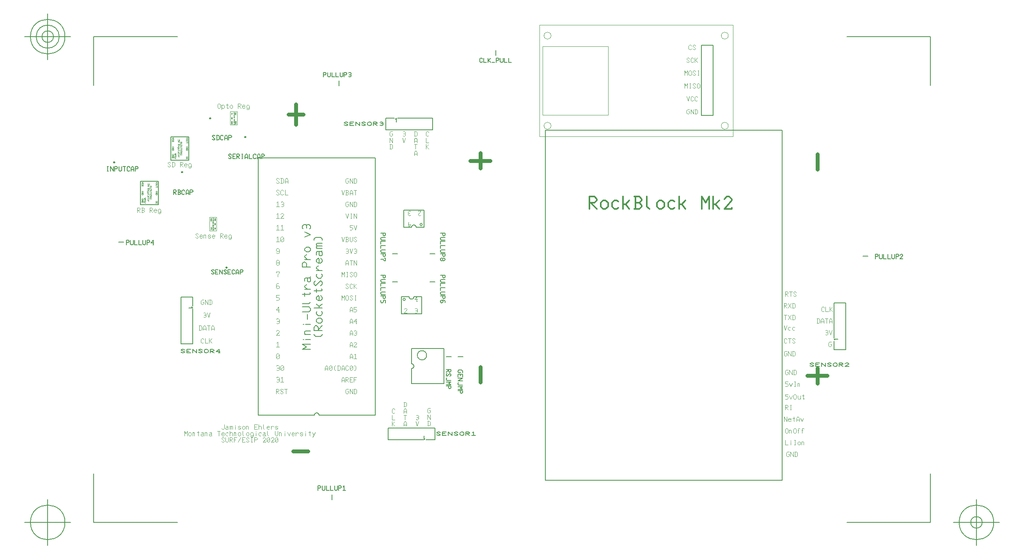
<source format=gbr>
G04 Generated by Ultiboard 14.2 *
%FSLAX24Y24*%
%MOIN*%

%ADD10C,0.0001*%
%ADD11C,0.0037*%
%ADD12C,0.0330*%
%ADD13C,0.0333*%
%ADD14C,0.0080*%
%ADD15C,0.0117*%
%ADD16C,0.0039*%
%ADD17C,0.0067*%
%ADD18C,0.0007*%
%ADD19C,0.0005*%
%ADD20C,0.0015*%
%ADD21C,0.0013*%
%ADD22C,0.0001*%
%ADD23C,0.0061*%
%ADD24C,0.0079*%
%ADD25C,0.0098*%
%ADD26C,0.0050*%


G04 ColorRGB FFFF00 for the following layer *
%LNSilkscreen Top*%
%LPD*%
G54D10*
G54D11*
X-24830Y-12728D02*
X-24752Y-12806D01*
X-24673Y-12806D01*
X-24595Y-12728D01*
X-24595Y-12413D01*
X-24438Y-12531D02*
X-24321Y-12531D01*
X-24281Y-12570D01*
X-24281Y-12767D01*
X-24321Y-12806D01*
X-24438Y-12806D01*
X-24477Y-12767D01*
X-24477Y-12688D01*
X-24438Y-12649D01*
X-24281Y-12649D01*
X-24281Y-12767D02*
X-24242Y-12806D01*
X-24125Y-12806D02*
X-24125Y-12570D01*
X-24125Y-12531D01*
X-24125Y-12570D02*
X-24085Y-12531D01*
X-24046Y-12531D01*
X-24007Y-12570D01*
X-23968Y-12531D01*
X-23929Y-12531D01*
X-23889Y-12570D01*
X-23889Y-12806D01*
X-24007Y-12570D02*
X-24007Y-12806D01*
X-23654Y-12806D02*
X-23654Y-12570D01*
X-23654Y-12491D02*
X-23654Y-12452D01*
X-23419Y-12728D02*
X-23341Y-12806D01*
X-23262Y-12806D01*
X-23184Y-12728D01*
X-23419Y-12609D01*
X-23341Y-12531D01*
X-23262Y-12531D01*
X-23184Y-12609D01*
X-23066Y-12728D02*
X-22988Y-12806D01*
X-22910Y-12806D01*
X-22831Y-12728D01*
X-22831Y-12609D01*
X-22910Y-12531D01*
X-22988Y-12531D01*
X-23066Y-12609D01*
X-23066Y-12728D01*
X-22714Y-12806D02*
X-22714Y-12570D01*
X-22714Y-12531D01*
X-22714Y-12570D02*
X-22674Y-12531D01*
X-22596Y-12531D01*
X-22557Y-12570D01*
X-22557Y-12806D01*
X-21773Y-12806D02*
X-22008Y-12806D01*
X-22008Y-12609D01*
X-22008Y-12413D01*
X-21773Y-12413D01*
X-22008Y-12609D02*
X-21851Y-12609D01*
X-21655Y-12609D02*
X-21577Y-12531D01*
X-21499Y-12531D01*
X-21420Y-12609D01*
X-21420Y-12806D01*
X-21655Y-12413D02*
X-21655Y-12806D01*
X-21263Y-12413D02*
X-21263Y-12728D01*
X-21185Y-12806D01*
X-20715Y-12728D02*
X-20793Y-12806D01*
X-20871Y-12806D01*
X-20950Y-12728D01*
X-20950Y-12609D01*
X-20871Y-12531D01*
X-20793Y-12531D01*
X-20715Y-12609D01*
X-20754Y-12649D01*
X-20950Y-12649D01*
X-20597Y-12649D02*
X-20479Y-12531D01*
X-20440Y-12531D01*
X-20362Y-12609D01*
X-20597Y-12806D02*
X-20597Y-12531D01*
X-20244Y-12728D02*
X-20166Y-12806D01*
X-20087Y-12806D01*
X-20009Y-12728D01*
X-20244Y-12609D01*
X-20166Y-12531D01*
X-20087Y-12531D01*
X-20009Y-12609D01*
X-28005Y-13357D02*
X-28005Y-12964D01*
X-27887Y-13161D01*
X-27770Y-12964D01*
X-27770Y-13357D01*
X-27652Y-13279D02*
X-27574Y-13357D01*
X-27495Y-13357D01*
X-27417Y-13279D01*
X-27417Y-13161D01*
X-27495Y-13082D01*
X-27574Y-13082D01*
X-27652Y-13161D01*
X-27652Y-13279D01*
X-27299Y-13357D02*
X-27299Y-13121D01*
X-27299Y-13082D01*
X-27299Y-13121D02*
X-27260Y-13082D01*
X-27182Y-13082D01*
X-27143Y-13121D01*
X-27143Y-13357D01*
X-26751Y-13318D02*
X-26790Y-13357D01*
X-26829Y-13318D01*
X-26829Y-12964D01*
X-26907Y-13082D02*
X-26751Y-13082D01*
X-26555Y-13082D02*
X-26437Y-13082D01*
X-26398Y-13121D01*
X-26398Y-13318D01*
X-26437Y-13357D01*
X-26555Y-13357D01*
X-26594Y-13318D01*
X-26594Y-13239D01*
X-26555Y-13200D01*
X-26398Y-13200D01*
X-26398Y-13318D02*
X-26359Y-13357D01*
X-26241Y-13357D02*
X-26241Y-13121D01*
X-26241Y-13082D01*
X-26241Y-13121D02*
X-26202Y-13082D01*
X-26124Y-13082D01*
X-26084Y-13121D01*
X-26084Y-13357D01*
X-25849Y-13082D02*
X-25732Y-13082D01*
X-25692Y-13121D01*
X-25692Y-13318D01*
X-25732Y-13357D01*
X-25849Y-13357D01*
X-25888Y-13318D01*
X-25888Y-13239D01*
X-25849Y-13200D01*
X-25692Y-13200D01*
X-25692Y-13318D02*
X-25653Y-13357D01*
X-25065Y-13357D02*
X-25065Y-12964D01*
X-25183Y-12964D02*
X-24948Y-12964D01*
X-24595Y-13279D02*
X-24673Y-13357D01*
X-24752Y-13357D01*
X-24830Y-13279D01*
X-24830Y-13161D01*
X-24752Y-13082D01*
X-24673Y-13082D01*
X-24595Y-13161D01*
X-24634Y-13200D01*
X-24830Y-13200D01*
X-24281Y-13318D02*
X-24321Y-13357D01*
X-24399Y-13357D01*
X-24477Y-13279D01*
X-24477Y-13161D01*
X-24399Y-13082D01*
X-24321Y-13082D01*
X-24281Y-13121D01*
X-24125Y-13161D02*
X-24046Y-13082D01*
X-23968Y-13082D01*
X-23889Y-13161D01*
X-23889Y-13357D01*
X-24125Y-12964D02*
X-24125Y-13357D01*
X-23772Y-13357D02*
X-23772Y-13121D01*
X-23772Y-13082D01*
X-23772Y-13121D02*
X-23733Y-13082D01*
X-23654Y-13082D01*
X-23615Y-13121D01*
X-23615Y-13357D01*
X-23419Y-13279D02*
X-23341Y-13357D01*
X-23262Y-13357D01*
X-23184Y-13279D01*
X-23184Y-13161D01*
X-23262Y-13082D01*
X-23341Y-13082D01*
X-23419Y-13161D01*
X-23419Y-13279D01*
X-23027Y-12964D02*
X-23027Y-13279D01*
X-22949Y-13357D01*
X-22714Y-13279D02*
X-22635Y-13357D01*
X-22557Y-13357D01*
X-22478Y-13279D01*
X-22478Y-13161D01*
X-22557Y-13082D01*
X-22635Y-13082D01*
X-22714Y-13161D01*
X-22714Y-13279D01*
X-22361Y-13397D02*
X-22282Y-13476D01*
X-22204Y-13476D01*
X-22126Y-13397D01*
X-22126Y-13279D01*
X-22126Y-13161D01*
X-22204Y-13082D01*
X-22282Y-13082D01*
X-22361Y-13161D01*
X-22361Y-13279D01*
X-22282Y-13357D01*
X-22204Y-13357D01*
X-22126Y-13279D01*
X-21890Y-13357D02*
X-21890Y-13121D01*
X-21890Y-13043D02*
X-21890Y-13003D01*
X-21459Y-13318D02*
X-21499Y-13357D01*
X-21577Y-13357D01*
X-21655Y-13279D01*
X-21655Y-13161D01*
X-21577Y-13082D01*
X-21499Y-13082D01*
X-21459Y-13121D01*
X-21263Y-13082D02*
X-21146Y-13082D01*
X-21107Y-13121D01*
X-21107Y-13318D01*
X-21146Y-13357D01*
X-21263Y-13357D01*
X-21303Y-13318D01*
X-21303Y-13239D01*
X-21263Y-13200D01*
X-21107Y-13200D01*
X-21107Y-13318D02*
X-21067Y-13357D01*
X-20911Y-12964D02*
X-20911Y-13279D01*
X-20832Y-13357D01*
X-20244Y-12964D02*
X-20244Y-13279D01*
X-20166Y-13357D01*
X-20087Y-13357D01*
X-20009Y-13279D01*
X-20009Y-12964D01*
X-19892Y-13357D02*
X-19892Y-13121D01*
X-19892Y-13082D01*
X-19892Y-13121D02*
X-19852Y-13082D01*
X-19774Y-13082D01*
X-19735Y-13121D01*
X-19735Y-13357D01*
X-19421Y-13357D02*
X-19421Y-13121D01*
X-19421Y-13043D02*
X-19421Y-13003D01*
X-19186Y-13082D02*
X-19068Y-13357D01*
X-18951Y-13082D01*
X-18598Y-13279D02*
X-18676Y-13357D01*
X-18755Y-13357D01*
X-18833Y-13279D01*
X-18833Y-13161D01*
X-18755Y-13082D01*
X-18676Y-13082D01*
X-18598Y-13161D01*
X-18637Y-13200D01*
X-18833Y-13200D01*
X-18480Y-13200D02*
X-18363Y-13082D01*
X-18324Y-13082D01*
X-18245Y-13161D01*
X-18480Y-13357D02*
X-18480Y-13082D01*
X-18128Y-13279D02*
X-18049Y-13357D01*
X-17971Y-13357D01*
X-17893Y-13279D01*
X-18128Y-13161D01*
X-18049Y-13082D01*
X-17971Y-13082D01*
X-17893Y-13161D01*
X-17657Y-13357D02*
X-17657Y-13121D01*
X-17657Y-13043D02*
X-17657Y-13003D01*
X-17226Y-13318D02*
X-17265Y-13357D01*
X-17305Y-13318D01*
X-17305Y-12964D01*
X-17383Y-13082D02*
X-17226Y-13082D01*
X-17069Y-13476D02*
X-17030Y-13476D01*
X-16834Y-13082D01*
X-17069Y-13082D02*
X-16952Y-13318D01*
X-24830Y-13830D02*
X-24752Y-13909D01*
X-24673Y-13909D01*
X-24595Y-13830D01*
X-24830Y-13594D01*
X-24752Y-13515D01*
X-24673Y-13515D01*
X-24595Y-13594D01*
X-24477Y-13515D02*
X-24477Y-13830D01*
X-24399Y-13909D01*
X-24321Y-13909D01*
X-24242Y-13830D01*
X-24242Y-13515D01*
X-24125Y-13909D02*
X-24125Y-13515D01*
X-23968Y-13515D01*
X-23889Y-13594D01*
X-23889Y-13633D01*
X-23968Y-13712D01*
X-24125Y-13712D01*
X-24085Y-13712D02*
X-23889Y-13909D01*
X-23772Y-13909D02*
X-23772Y-13515D01*
X-23537Y-13515D01*
X-23772Y-13712D02*
X-23615Y-13712D01*
X-23184Y-13515D02*
X-23419Y-13909D01*
X-22831Y-13909D02*
X-23066Y-13909D01*
X-23066Y-13712D01*
X-23066Y-13515D01*
X-22831Y-13515D01*
X-23066Y-13712D02*
X-22910Y-13712D01*
X-22714Y-13830D02*
X-22635Y-13909D01*
X-22557Y-13909D01*
X-22478Y-13830D01*
X-22714Y-13594D01*
X-22635Y-13515D01*
X-22557Y-13515D01*
X-22478Y-13594D01*
X-22282Y-13909D02*
X-22204Y-13909D01*
X-22282Y-13515D02*
X-22204Y-13515D01*
X-22243Y-13909D02*
X-22243Y-13515D01*
X-22008Y-13909D02*
X-22008Y-13515D01*
X-21851Y-13515D01*
X-21773Y-13594D01*
X-21773Y-13633D01*
X-21851Y-13712D01*
X-22008Y-13712D01*
X-21303Y-13594D02*
X-21224Y-13515D01*
X-21146Y-13515D01*
X-21067Y-13594D01*
X-21067Y-13633D01*
X-21303Y-13909D01*
X-21067Y-13909D01*
X-21067Y-13869D01*
X-20950Y-13594D02*
X-20871Y-13515D01*
X-20793Y-13515D01*
X-20715Y-13594D01*
X-20715Y-13830D01*
X-20793Y-13909D01*
X-20871Y-13909D01*
X-20950Y-13830D01*
X-20950Y-13594D01*
X-20715Y-13594D02*
X-20950Y-13830D01*
X-20597Y-13594D02*
X-20519Y-13515D01*
X-20440Y-13515D01*
X-20362Y-13594D01*
X-20362Y-13633D01*
X-20597Y-13909D01*
X-20362Y-13909D01*
X-20362Y-13869D01*
X-20244Y-13594D02*
X-20166Y-13515D01*
X-20087Y-13515D01*
X-20009Y-13594D01*
X-20009Y-13830D01*
X-20087Y-13909D01*
X-20166Y-13909D01*
X-20244Y-13830D01*
X-20244Y-13594D01*
X-20009Y-13594D02*
X-20244Y-13830D01*
X-29419Y9721D02*
X-29341Y9643D01*
X-29262Y9643D01*
X-29184Y9721D01*
X-29419Y9957D01*
X-29341Y10036D01*
X-29262Y10036D01*
X-29184Y9957D01*
X-29066Y9643D02*
X-28910Y9643D01*
X-28831Y9721D01*
X-28831Y9957D01*
X-28910Y10036D01*
X-29066Y10036D01*
X-29027Y10036D02*
X-29027Y9643D01*
X-28361Y9643D02*
X-28361Y10036D01*
X-28204Y10036D01*
X-28126Y9957D01*
X-28126Y9918D01*
X-28204Y9839D01*
X-28361Y9839D01*
X-28322Y9839D02*
X-28126Y9643D01*
X-27773Y9721D02*
X-27851Y9643D01*
X-27930Y9643D01*
X-28008Y9721D01*
X-28008Y9839D01*
X-27930Y9918D01*
X-27851Y9918D01*
X-27773Y9839D01*
X-27812Y9800D01*
X-28008Y9800D01*
X-27655Y9603D02*
X-27577Y9524D01*
X-27499Y9524D01*
X-27420Y9603D01*
X-27420Y9721D01*
X-27420Y9839D01*
X-27499Y9918D01*
X-27577Y9918D01*
X-27655Y9839D01*
X-27655Y9721D01*
X-27577Y9643D01*
X-27499Y9643D01*
X-27420Y9721D01*
X-32019Y5743D02*
X-32019Y6136D01*
X-31862Y6136D01*
X-31784Y6057D01*
X-31784Y6018D01*
X-31862Y5939D01*
X-32019Y5939D01*
X-31980Y5939D02*
X-31784Y5743D01*
X-31666Y5743D02*
X-31510Y5743D01*
X-31431Y5821D01*
X-31431Y5861D01*
X-31510Y5939D01*
X-31431Y6018D01*
X-31431Y6057D01*
X-31510Y6136D01*
X-31627Y6136D01*
X-31666Y6136D01*
X-31627Y5939D02*
X-31510Y5939D01*
X-31627Y6136D02*
X-31627Y5743D01*
X-30961Y5743D02*
X-30961Y6136D01*
X-30804Y6136D01*
X-30726Y6057D01*
X-30726Y6018D01*
X-30804Y5939D01*
X-30961Y5939D01*
X-30922Y5939D02*
X-30726Y5743D01*
X-30373Y5821D02*
X-30451Y5743D01*
X-30530Y5743D01*
X-30608Y5821D01*
X-30608Y5939D01*
X-30530Y6018D01*
X-30451Y6018D01*
X-30373Y5939D01*
X-30412Y5900D01*
X-30608Y5900D01*
X-30255Y5703D02*
X-30177Y5624D01*
X-30099Y5624D01*
X-30020Y5703D01*
X-30020Y5821D01*
X-30020Y5939D01*
X-30099Y6018D01*
X-30177Y6018D01*
X-30255Y5939D01*
X-30255Y5821D01*
X-30177Y5743D01*
X-30099Y5743D01*
X-30020Y5821D01*
X-27048Y3621D02*
X-26970Y3543D01*
X-26891Y3543D01*
X-26813Y3621D01*
X-27048Y3857D01*
X-26970Y3936D01*
X-26891Y3936D01*
X-26813Y3857D01*
X-26460Y3621D02*
X-26539Y3543D01*
X-26617Y3543D01*
X-26695Y3621D01*
X-26695Y3739D01*
X-26617Y3818D01*
X-26539Y3818D01*
X-26460Y3739D01*
X-26499Y3700D01*
X-26695Y3700D01*
X-26343Y3543D02*
X-26343Y3779D01*
X-26343Y3818D01*
X-26343Y3779D02*
X-26303Y3818D01*
X-26225Y3818D01*
X-26186Y3779D01*
X-26186Y3543D01*
X-25990Y3621D02*
X-25912Y3543D01*
X-25833Y3543D01*
X-25755Y3621D01*
X-25990Y3739D01*
X-25912Y3818D01*
X-25833Y3818D01*
X-25755Y3739D01*
X-25402Y3621D02*
X-25480Y3543D01*
X-25559Y3543D01*
X-25637Y3621D01*
X-25637Y3739D01*
X-25559Y3818D01*
X-25480Y3818D01*
X-25402Y3739D01*
X-25441Y3700D01*
X-25637Y3700D01*
X-24932Y3543D02*
X-24932Y3936D01*
X-24775Y3936D01*
X-24697Y3857D01*
X-24697Y3818D01*
X-24775Y3739D01*
X-24932Y3739D01*
X-24892Y3739D02*
X-24697Y3543D01*
X-24344Y3621D02*
X-24422Y3543D01*
X-24501Y3543D01*
X-24579Y3621D01*
X-24579Y3739D01*
X-24501Y3818D01*
X-24422Y3818D01*
X-24344Y3739D01*
X-24383Y3700D01*
X-24579Y3700D01*
X-24226Y3503D02*
X-24148Y3424D01*
X-24069Y3424D01*
X-23991Y3503D01*
X-23991Y3621D01*
X-23991Y3739D01*
X-24069Y3818D01*
X-24148Y3818D01*
X-24226Y3739D01*
X-24226Y3621D01*
X-24148Y3543D01*
X-24069Y3543D01*
X-23991Y3621D01*
X-25172Y14721D02*
X-25093Y14643D01*
X-25015Y14643D01*
X-24937Y14721D01*
X-24937Y14957D01*
X-25015Y15036D01*
X-25093Y15036D01*
X-25172Y14957D01*
X-25172Y14721D01*
X-24819Y14721D02*
X-24741Y14643D01*
X-24662Y14643D01*
X-24584Y14721D01*
X-24584Y14839D01*
X-24662Y14918D01*
X-24741Y14918D01*
X-24819Y14839D01*
X-24819Y14524D02*
X-24819Y14918D01*
X-24270Y14682D02*
X-24310Y14643D01*
X-24349Y14682D01*
X-24349Y15036D01*
X-24427Y14918D02*
X-24270Y14918D01*
X-24114Y14721D02*
X-24035Y14643D01*
X-23957Y14643D01*
X-23878Y14721D01*
X-23878Y14839D01*
X-23957Y14918D01*
X-24035Y14918D01*
X-24114Y14839D01*
X-24114Y14721D01*
X-23408Y14643D02*
X-23408Y15036D01*
X-23251Y15036D01*
X-23173Y14957D01*
X-23173Y14918D01*
X-23251Y14839D01*
X-23408Y14839D01*
X-23369Y14839D02*
X-23173Y14643D01*
X-22820Y14721D02*
X-22899Y14643D01*
X-22977Y14643D01*
X-23055Y14721D01*
X-23055Y14839D01*
X-22977Y14918D01*
X-22899Y14918D01*
X-22820Y14839D01*
X-22859Y14800D01*
X-23055Y14800D01*
X-22703Y14603D02*
X-22624Y14524D01*
X-22546Y14524D01*
X-22467Y14603D01*
X-22467Y14721D01*
X-22467Y14839D01*
X-22546Y14918D01*
X-22624Y14918D01*
X-22703Y14839D01*
X-22703Y14721D01*
X-22624Y14643D01*
X-22546Y14643D01*
X-22467Y14721D01*
X-7080Y-11209D02*
X-7002Y-11209D01*
X-7002Y-11328D01*
X-7080Y-11406D01*
X-7159Y-11406D01*
X-7237Y-11328D01*
X-7237Y-11091D01*
X-7159Y-11013D01*
X-7002Y-11013D01*
X-7237Y-11957D02*
X-7237Y-11564D01*
X-7002Y-11957D01*
X-7002Y-11564D01*
X-7237Y-12509D02*
X-7080Y-12509D01*
X-7002Y-12430D01*
X-7002Y-12194D01*
X-7080Y-12115D01*
X-7237Y-12115D01*
X-7198Y-12115D02*
X-7198Y-12509D01*
X-10026Y-11354D02*
X-10104Y-11433D01*
X-10182Y-11433D01*
X-10261Y-11354D01*
X-10261Y-11118D01*
X-10182Y-11039D01*
X-10104Y-11039D01*
X-10026Y-11118D01*
X-10261Y-11591D02*
X-10261Y-11984D01*
X-10026Y-11984D01*
X-10261Y-12535D02*
X-10261Y-12142D01*
X-10261Y-12339D02*
X-10222Y-12339D01*
X-10026Y-12142D01*
X-10222Y-12339D02*
X-10026Y-12535D01*
X-9261Y-10882D02*
X-9104Y-10882D01*
X-9026Y-10803D01*
X-9026Y-10567D01*
X-9104Y-10488D01*
X-9261Y-10488D01*
X-9222Y-10488D02*
X-9222Y-10882D01*
X-9261Y-11433D02*
X-9261Y-11197D01*
X-9182Y-11039D01*
X-9104Y-11039D01*
X-9026Y-11197D01*
X-9026Y-11433D01*
X-9261Y-11315D02*
X-9026Y-11315D01*
X-9143Y-11984D02*
X-9143Y-11591D01*
X-9261Y-11591D02*
X-9026Y-11591D01*
X-9261Y-12535D02*
X-9261Y-12299D01*
X-9182Y-12142D01*
X-9104Y-12142D01*
X-9026Y-12299D01*
X-9026Y-12535D01*
X-9261Y-12417D02*
X-9026Y-12417D01*
X-8198Y-11630D02*
X-8159Y-11591D01*
X-8080Y-11591D01*
X-8002Y-11669D01*
X-8002Y-11748D01*
X-8041Y-11787D01*
X-8002Y-11827D01*
X-8002Y-11906D01*
X-8080Y-11984D01*
X-8159Y-11984D01*
X-8198Y-11945D01*
X-8159Y-11787D02*
X-8041Y-11787D01*
X-8237Y-12142D02*
X-8120Y-12535D01*
X-8002Y-12142D01*
X-10304Y12464D02*
X-10226Y12464D01*
X-10226Y12346D01*
X-10304Y12267D01*
X-10382Y12267D01*
X-10461Y12346D01*
X-10461Y12582D01*
X-10382Y12661D01*
X-10226Y12661D01*
X-10461Y11716D02*
X-10461Y12109D01*
X-10226Y11716D01*
X-10226Y12109D01*
X-10461Y11165D02*
X-10304Y11165D01*
X-10226Y11243D01*
X-10226Y11480D01*
X-10304Y11558D01*
X-10461Y11558D01*
X-10422Y11558D02*
X-10422Y11165D01*
X-9322Y12621D02*
X-9282Y12661D01*
X-9204Y12661D01*
X-9126Y12582D01*
X-9126Y12503D01*
X-9165Y12464D01*
X-9126Y12424D01*
X-9126Y12346D01*
X-9204Y12267D01*
X-9282Y12267D01*
X-9322Y12306D01*
X-9282Y12464D02*
X-9165Y12464D01*
X-9361Y12109D02*
X-9243Y11716D01*
X-9126Y12109D01*
X-8361Y12267D02*
X-8204Y12267D01*
X-8126Y12346D01*
X-8126Y12582D01*
X-8204Y12661D01*
X-8361Y12661D01*
X-8322Y12661D02*
X-8322Y12267D01*
X-8361Y11716D02*
X-8361Y11952D01*
X-8282Y12109D01*
X-8204Y12109D01*
X-8126Y11952D01*
X-8126Y11716D01*
X-8361Y11834D02*
X-8126Y11834D01*
X-8243Y11165D02*
X-8243Y11558D01*
X-8361Y11558D02*
X-8126Y11558D01*
X-8361Y10613D02*
X-8361Y10850D01*
X-8282Y11007D01*
X-8204Y11007D01*
X-8126Y10850D01*
X-8126Y10613D01*
X-8361Y10731D02*
X-8126Y10731D01*
X-7126Y12346D02*
X-7204Y12267D01*
X-7282Y12267D01*
X-7361Y12346D01*
X-7361Y12582D01*
X-7282Y12661D01*
X-7204Y12661D01*
X-7126Y12582D01*
X-7361Y12109D02*
X-7361Y11716D01*
X-7126Y11716D01*
X-7361Y11165D02*
X-7361Y11558D01*
X-7361Y11361D02*
X-7322Y11361D01*
X-7126Y11558D01*
X-7322Y11361D02*
X-7126Y11165D01*
X-26428Y-1936D02*
X-26349Y-1936D01*
X-26349Y-2054D01*
X-26428Y-2133D01*
X-26506Y-2133D01*
X-26584Y-2054D01*
X-26584Y-1818D01*
X-26506Y-1739D01*
X-26349Y-1739D01*
X-26232Y-2133D02*
X-26232Y-1739D01*
X-25997Y-2133D01*
X-25997Y-1739D01*
X-25879Y-2133D02*
X-25722Y-2133D01*
X-25644Y-2054D01*
X-25644Y-1818D01*
X-25722Y-1739D01*
X-25879Y-1739D01*
X-25840Y-1739D02*
X-25840Y-2133D01*
X-26369Y-2881D02*
X-26330Y-2842D01*
X-26251Y-2842D01*
X-26173Y-2920D01*
X-26173Y-2999D01*
X-26212Y-3039D01*
X-26173Y-3078D01*
X-26173Y-3157D01*
X-26251Y-3235D01*
X-26330Y-3235D01*
X-26369Y-3196D01*
X-26330Y-3039D02*
X-26212Y-3039D01*
X-26055Y-2842D02*
X-25938Y-3235D01*
X-25820Y-2842D01*
X-26761Y-4338D02*
X-26604Y-4338D01*
X-26526Y-4259D01*
X-26526Y-4023D01*
X-26604Y-3944D01*
X-26761Y-3944D01*
X-26722Y-3944D02*
X-26722Y-4338D01*
X-26408Y-4338D02*
X-26408Y-4102D01*
X-26330Y-3944D01*
X-26251Y-3944D01*
X-26173Y-4102D01*
X-26173Y-4338D01*
X-26408Y-4220D02*
X-26173Y-4220D01*
X-25938Y-4338D02*
X-25938Y-3944D01*
X-26055Y-3944D02*
X-25820Y-3944D01*
X-25703Y-4338D02*
X-25703Y-4102D01*
X-25624Y-3944D01*
X-25546Y-3944D01*
X-25467Y-4102D01*
X-25467Y-4338D01*
X-25703Y-4220D02*
X-25467Y-4220D01*
X-26349Y-5361D02*
X-26428Y-5440D01*
X-26506Y-5440D01*
X-26584Y-5361D01*
X-26584Y-5125D01*
X-26506Y-5046D01*
X-26428Y-5046D01*
X-26349Y-5125D01*
X-26232Y-5046D02*
X-26232Y-5440D01*
X-25997Y-5440D01*
X-25879Y-5440D02*
X-25879Y-5046D01*
X-25879Y-5243D02*
X-25840Y-5243D01*
X-25644Y-5046D01*
X-25840Y-5243D02*
X-25644Y-5440D01*
X27196Y-5536D02*
X27274Y-5536D01*
X27274Y-5654D01*
X27196Y-5733D01*
X27118Y-5733D01*
X27039Y-5654D01*
X27039Y-5418D01*
X27118Y-5339D01*
X27274Y-5339D01*
X26778Y-4379D02*
X26818Y-4339D01*
X26896Y-4339D01*
X26974Y-4418D01*
X26974Y-4497D01*
X26935Y-4536D01*
X26974Y-4576D01*
X26974Y-4654D01*
X26896Y-4733D01*
X26818Y-4733D01*
X26778Y-4694D01*
X26818Y-4536D02*
X26935Y-4536D01*
X27092Y-4339D02*
X27210Y-4733D01*
X27327Y-4339D01*
X26039Y-3733D02*
X26196Y-3733D01*
X26274Y-3654D01*
X26274Y-3418D01*
X26196Y-3339D01*
X26039Y-3339D01*
X26078Y-3339D02*
X26078Y-3733D01*
X26392Y-3733D02*
X26392Y-3497D01*
X26470Y-3339D01*
X26549Y-3339D01*
X26627Y-3497D01*
X26627Y-3733D01*
X26392Y-3615D02*
X26627Y-3615D01*
X26862Y-3733D02*
X26862Y-3339D01*
X26745Y-3339D02*
X26980Y-3339D01*
X27097Y-3733D02*
X27097Y-3497D01*
X27176Y-3339D01*
X27254Y-3339D01*
X27333Y-3497D01*
X27333Y-3733D01*
X27097Y-3615D02*
X27333Y-3615D01*
X26674Y-2654D02*
X26596Y-2733D01*
X26518Y-2733D01*
X26439Y-2654D01*
X26439Y-2418D01*
X26518Y-2339D01*
X26596Y-2339D01*
X26674Y-2418D01*
X26792Y-2339D02*
X26792Y-2733D01*
X27027Y-2733D01*
X27145Y-2733D02*
X27145Y-2339D01*
X27145Y-2536D02*
X27184Y-2536D01*
X27380Y-2339D01*
X27184Y-2536D02*
X27380Y-2733D01*
X-7787Y5543D02*
X-7866Y5464D01*
X-7944Y5464D01*
X-8022Y5543D01*
X-8022Y5582D01*
X-7787Y5857D01*
X-8022Y5857D01*
X-8022Y5818D01*
X-8898Y4700D02*
X-8663Y4700D01*
X-8859Y4464D01*
X-8859Y4857D01*
X-8820Y4857D02*
X-8898Y4857D01*
X-8702Y5503D02*
X-8741Y5464D01*
X-8820Y5464D01*
X-8898Y5543D01*
X-8898Y5621D01*
X-8859Y5661D01*
X-8898Y5700D01*
X-8898Y5779D01*
X-8820Y5857D01*
X-8741Y5857D01*
X-8702Y5818D01*
X-8741Y5661D02*
X-8859Y5661D01*
X-8102Y-1700D02*
X-8337Y-1700D01*
X-8141Y-1464D01*
X-8141Y-1857D01*
X-8180Y-1857D02*
X-8102Y-1857D01*
X-8298Y-2503D02*
X-8259Y-2464D01*
X-8180Y-2464D01*
X-8102Y-2543D01*
X-8102Y-2621D01*
X-8141Y-2661D01*
X-8102Y-2700D01*
X-8102Y-2779D01*
X-8180Y-2857D01*
X-8259Y-2857D01*
X-8298Y-2818D01*
X-8259Y-2661D02*
X-8141Y-2661D01*
X-9213Y-2543D02*
X-9134Y-2464D01*
X-9056Y-2464D01*
X-8978Y-2543D01*
X-8978Y-2582D01*
X-9213Y-2857D01*
X-8978Y-2857D01*
X-8978Y-2818D01*
X23596Y-14936D02*
X23674Y-14936D01*
X23674Y-15054D01*
X23596Y-15133D01*
X23518Y-15133D01*
X23439Y-15054D01*
X23439Y-14818D01*
X23518Y-14739D01*
X23674Y-14739D01*
X23792Y-15133D02*
X23792Y-14739D01*
X24027Y-15133D01*
X24027Y-14739D01*
X24145Y-15133D02*
X24301Y-15133D01*
X24380Y-15054D01*
X24380Y-14818D01*
X24301Y-14739D01*
X24145Y-14739D01*
X24184Y-14739D02*
X24184Y-15133D01*
X23339Y-13739D02*
X23339Y-14133D01*
X23574Y-14133D01*
X23810Y-14133D02*
X23810Y-13897D01*
X23810Y-13818D02*
X23810Y-13779D01*
X24123Y-14133D02*
X24201Y-14133D01*
X24123Y-13739D02*
X24201Y-13739D01*
X24162Y-14133D02*
X24162Y-13739D01*
X24397Y-14054D02*
X24476Y-14133D01*
X24554Y-14133D01*
X24633Y-14054D01*
X24633Y-13936D01*
X24554Y-13857D01*
X24476Y-13857D01*
X24397Y-13936D01*
X24397Y-14054D01*
X24750Y-14133D02*
X24750Y-13897D01*
X24750Y-13857D01*
X24750Y-13897D02*
X24789Y-13857D01*
X24868Y-13857D01*
X24907Y-13897D01*
X24907Y-14133D01*
X23339Y-13054D02*
X23418Y-13133D01*
X23496Y-13133D01*
X23574Y-13054D01*
X23574Y-12818D01*
X23496Y-12739D01*
X23418Y-12739D01*
X23339Y-12818D01*
X23339Y-13054D01*
X23692Y-13133D02*
X23692Y-12897D01*
X23692Y-12857D01*
X23692Y-12897D02*
X23731Y-12857D01*
X23810Y-12857D01*
X23849Y-12897D01*
X23849Y-13133D01*
X24045Y-13054D02*
X24123Y-13133D01*
X24201Y-13133D01*
X24280Y-13054D01*
X24280Y-12818D01*
X24201Y-12739D01*
X24123Y-12739D01*
X24045Y-12818D01*
X24045Y-13054D01*
X24437Y-13133D02*
X24437Y-12779D01*
X24476Y-12739D01*
X24554Y-12739D01*
X24593Y-12779D01*
X24397Y-12897D02*
X24476Y-12897D01*
X24789Y-13133D02*
X24789Y-12779D01*
X24829Y-12739D01*
X24907Y-12739D01*
X24946Y-12779D01*
X24750Y-12897D02*
X24829Y-12897D01*
X23239Y-12133D02*
X23239Y-11739D01*
X23474Y-12133D01*
X23474Y-11739D01*
X23827Y-12054D02*
X23749Y-12133D01*
X23670Y-12133D01*
X23592Y-12054D01*
X23592Y-11936D01*
X23670Y-11857D01*
X23749Y-11857D01*
X23827Y-11936D01*
X23788Y-11976D01*
X23592Y-11976D01*
X24141Y-12094D02*
X24101Y-12133D01*
X24062Y-12094D01*
X24062Y-11739D01*
X23984Y-11857D02*
X24141Y-11857D01*
X24297Y-12133D02*
X24297Y-11897D01*
X24376Y-11739D01*
X24454Y-11739D01*
X24533Y-11897D01*
X24533Y-12133D01*
X24297Y-12015D02*
X24533Y-12015D01*
X24650Y-11857D02*
X24768Y-12133D01*
X24885Y-11857D01*
X23339Y-11133D02*
X23339Y-10739D01*
X23496Y-10739D01*
X23574Y-10818D01*
X23574Y-10857D01*
X23496Y-10936D01*
X23339Y-10936D01*
X23378Y-10936D02*
X23574Y-11133D01*
X23770Y-11133D02*
X23849Y-11133D01*
X23770Y-10739D02*
X23849Y-10739D01*
X23810Y-11133D02*
X23810Y-10739D01*
X23574Y-9824D02*
X23339Y-9824D01*
X23339Y-9981D01*
X23496Y-9981D01*
X23574Y-10060D01*
X23574Y-10139D01*
X23496Y-10217D01*
X23339Y-10217D01*
X23692Y-9942D02*
X23810Y-10217D01*
X23927Y-9942D01*
X24045Y-10139D02*
X24123Y-10217D01*
X24201Y-10217D01*
X24280Y-10139D01*
X24280Y-9903D01*
X24201Y-9824D01*
X24123Y-9824D01*
X24045Y-9903D01*
X24045Y-10139D01*
X24397Y-9942D02*
X24397Y-10139D01*
X24476Y-10217D01*
X24554Y-10217D01*
X24633Y-10139D01*
X24633Y-9942D01*
X24633Y-10139D02*
X24633Y-10217D01*
X24946Y-10178D02*
X24907Y-10217D01*
X24868Y-10178D01*
X24868Y-9824D01*
X24789Y-9942D02*
X24946Y-9942D01*
X23574Y-8739D02*
X23339Y-8739D01*
X23339Y-8897D01*
X23496Y-8897D01*
X23574Y-8976D01*
X23574Y-9054D01*
X23496Y-9133D01*
X23339Y-9133D01*
X23692Y-8857D02*
X23810Y-9133D01*
X23927Y-8857D01*
X24123Y-9133D02*
X24201Y-9133D01*
X24123Y-8739D02*
X24201Y-8739D01*
X24162Y-9133D02*
X24162Y-8739D01*
X24397Y-9133D02*
X24397Y-8897D01*
X24397Y-8857D01*
X24397Y-8897D02*
X24437Y-8857D01*
X24515Y-8857D01*
X24554Y-8897D01*
X24554Y-9133D01*
X23496Y-7936D02*
X23574Y-7936D01*
X23574Y-8054D01*
X23496Y-8133D01*
X23418Y-8133D01*
X23339Y-8054D01*
X23339Y-7818D01*
X23418Y-7739D01*
X23574Y-7739D01*
X23692Y-8133D02*
X23692Y-7739D01*
X23927Y-8133D01*
X23927Y-7739D01*
X24045Y-8133D02*
X24201Y-8133D01*
X24280Y-8054D01*
X24280Y-7818D01*
X24201Y-7739D01*
X24045Y-7739D01*
X24084Y-7739D02*
X24084Y-8133D01*
X23396Y-6336D02*
X23474Y-6336D01*
X23474Y-6454D01*
X23396Y-6533D01*
X23318Y-6533D01*
X23239Y-6454D01*
X23239Y-6218D01*
X23318Y-6139D01*
X23474Y-6139D01*
X23592Y-6533D02*
X23592Y-6139D01*
X23827Y-6533D01*
X23827Y-6139D01*
X23945Y-6533D02*
X24101Y-6533D01*
X24180Y-6454D01*
X24180Y-6218D01*
X24101Y-6139D01*
X23945Y-6139D01*
X23984Y-6139D02*
X23984Y-6533D01*
X23474Y-5354D02*
X23396Y-5433D01*
X23318Y-5433D01*
X23239Y-5354D01*
X23239Y-5118D01*
X23318Y-5039D01*
X23396Y-5039D01*
X23474Y-5118D01*
X23710Y-5433D02*
X23710Y-5039D01*
X23592Y-5039D02*
X23827Y-5039D01*
X23945Y-5354D02*
X24023Y-5433D01*
X24101Y-5433D01*
X24180Y-5354D01*
X23945Y-5118D01*
X24023Y-5039D01*
X24101Y-5039D01*
X24180Y-5118D01*
X23239Y-3939D02*
X23357Y-4333D01*
X23474Y-3939D01*
X23788Y-4294D02*
X23749Y-4333D01*
X23670Y-4333D01*
X23592Y-4254D01*
X23592Y-4136D01*
X23670Y-4057D01*
X23749Y-4057D01*
X23788Y-4097D01*
X24141Y-4294D02*
X24101Y-4333D01*
X24023Y-4333D01*
X23945Y-4254D01*
X23945Y-4136D01*
X24023Y-4057D01*
X24101Y-4057D01*
X24141Y-4097D01*
X23357Y-3433D02*
X23357Y-3039D01*
X23239Y-3039D02*
X23474Y-3039D01*
X23592Y-3039D02*
X23827Y-3433D01*
X23592Y-3433D02*
X23827Y-3039D01*
X23945Y-3433D02*
X24101Y-3433D01*
X24180Y-3354D01*
X24180Y-3118D01*
X24101Y-3039D01*
X23945Y-3039D01*
X23984Y-3039D02*
X23984Y-3433D01*
X23239Y-2433D02*
X23239Y-2039D01*
X23396Y-2039D01*
X23474Y-2118D01*
X23474Y-2157D01*
X23396Y-2236D01*
X23239Y-2236D01*
X23278Y-2236D02*
X23474Y-2433D01*
X23592Y-2039D02*
X23827Y-2433D01*
X23592Y-2433D02*
X23827Y-2039D01*
X23945Y-2433D02*
X24101Y-2433D01*
X24180Y-2354D01*
X24180Y-2118D01*
X24101Y-2039D01*
X23945Y-2039D01*
X23984Y-2039D02*
X23984Y-2433D01*
X23339Y-1433D02*
X23339Y-1039D01*
X23496Y-1039D01*
X23574Y-1118D01*
X23574Y-1157D01*
X23496Y-1236D01*
X23339Y-1236D01*
X23378Y-1236D02*
X23574Y-1433D01*
X23810Y-1433D02*
X23810Y-1039D01*
X23692Y-1039D02*
X23927Y-1039D01*
X24045Y-1354D02*
X24123Y-1433D01*
X24201Y-1433D01*
X24280Y-1354D01*
X24045Y-1118D01*
X24123Y-1039D01*
X24201Y-1039D01*
X24280Y-1118D01*
X-20161Y-9757D02*
X-20161Y-9364D01*
X-20004Y-9364D01*
X-19926Y-9443D01*
X-19926Y-9482D01*
X-20004Y-9561D01*
X-20161Y-9561D01*
X-20122Y-9561D02*
X-19926Y-9757D01*
X-19808Y-9679D02*
X-19730Y-9757D01*
X-19651Y-9757D01*
X-19573Y-9679D01*
X-19808Y-9443D01*
X-19730Y-9364D01*
X-19651Y-9364D01*
X-19573Y-9443D01*
X-19338Y-9757D02*
X-19338Y-9364D01*
X-19455Y-9364D02*
X-19220Y-9364D01*
X-14062Y-9561D02*
X-13984Y-9561D01*
X-13984Y-9679D01*
X-14062Y-9757D01*
X-14141Y-9757D01*
X-14219Y-9679D01*
X-14219Y-9443D01*
X-14141Y-9364D01*
X-13984Y-9364D01*
X-13866Y-9757D02*
X-13866Y-9364D01*
X-13631Y-9757D01*
X-13631Y-9364D01*
X-13514Y-9757D02*
X-13357Y-9757D01*
X-13278Y-9679D01*
X-13278Y-9443D01*
X-13357Y-9364D01*
X-13514Y-9364D01*
X-13474Y-9364D02*
X-13474Y-9757D01*
X-14572Y-8757D02*
X-14572Y-8521D01*
X-14493Y-8364D01*
X-14415Y-8364D01*
X-14337Y-8521D01*
X-14337Y-8757D01*
X-14572Y-8639D02*
X-14337Y-8639D01*
X-14219Y-8757D02*
X-14219Y-8364D01*
X-14062Y-8364D01*
X-13984Y-8443D01*
X-13984Y-8482D01*
X-14062Y-8561D01*
X-14219Y-8561D01*
X-14180Y-8561D02*
X-13984Y-8757D01*
X-13631Y-8757D02*
X-13866Y-8757D01*
X-13866Y-8561D01*
X-13866Y-8364D01*
X-13631Y-8364D01*
X-13866Y-8561D02*
X-13710Y-8561D01*
X-13514Y-8757D02*
X-13514Y-8364D01*
X-13278Y-8364D01*
X-13514Y-8561D02*
X-13357Y-8561D01*
X-15983Y-7757D02*
X-15983Y-7521D01*
X-15904Y-7364D01*
X-15826Y-7364D01*
X-15748Y-7521D01*
X-15748Y-7757D01*
X-15983Y-7639D02*
X-15748Y-7639D01*
X-15630Y-7443D02*
X-15552Y-7364D01*
X-15473Y-7364D01*
X-15395Y-7443D01*
X-15395Y-7679D01*
X-15473Y-7757D01*
X-15552Y-7757D01*
X-15630Y-7679D01*
X-15630Y-7443D01*
X-15395Y-7443D02*
X-15630Y-7679D01*
X-15081Y-7757D02*
X-15121Y-7757D01*
X-15199Y-7679D01*
X-15199Y-7443D01*
X-15121Y-7364D01*
X-15081Y-7364D01*
X-14925Y-7757D02*
X-14768Y-7757D01*
X-14689Y-7679D01*
X-14689Y-7443D01*
X-14768Y-7364D01*
X-14925Y-7364D01*
X-14885Y-7364D02*
X-14885Y-7757D01*
X-14572Y-7757D02*
X-14572Y-7521D01*
X-14493Y-7364D01*
X-14415Y-7364D01*
X-14337Y-7521D01*
X-14337Y-7757D01*
X-14572Y-7639D02*
X-14337Y-7639D01*
X-13984Y-7679D02*
X-14062Y-7757D01*
X-14141Y-7757D01*
X-14219Y-7679D01*
X-14219Y-7443D01*
X-14141Y-7364D01*
X-14062Y-7364D01*
X-13984Y-7443D01*
X-13866Y-7443D02*
X-13788Y-7364D01*
X-13710Y-7364D01*
X-13631Y-7443D01*
X-13631Y-7679D01*
X-13710Y-7757D01*
X-13788Y-7757D01*
X-13866Y-7679D01*
X-13866Y-7443D01*
X-13631Y-7443D02*
X-13866Y-7679D01*
X-13474Y-7364D02*
X-13435Y-7364D01*
X-13357Y-7443D01*
X-13357Y-7679D01*
X-13435Y-7757D01*
X-13474Y-7757D01*
X-13866Y-6757D02*
X-13866Y-6521D01*
X-13788Y-6364D01*
X-13710Y-6364D01*
X-13631Y-6521D01*
X-13631Y-6757D01*
X-13866Y-6639D02*
X-13631Y-6639D01*
X-13474Y-6443D02*
X-13396Y-6364D01*
X-13396Y-6757D01*
X-13514Y-6757D02*
X-13278Y-6757D01*
X-13866Y-5757D02*
X-13866Y-5521D01*
X-13788Y-5364D01*
X-13710Y-5364D01*
X-13631Y-5521D01*
X-13631Y-5757D01*
X-13866Y-5639D02*
X-13631Y-5639D01*
X-13514Y-5443D02*
X-13435Y-5364D01*
X-13357Y-5364D01*
X-13278Y-5443D01*
X-13278Y-5482D01*
X-13514Y-5757D01*
X-13278Y-5757D01*
X-13278Y-5718D01*
X-13866Y-4757D02*
X-13866Y-4521D01*
X-13788Y-4364D01*
X-13710Y-4364D01*
X-13631Y-4521D01*
X-13631Y-4757D01*
X-13866Y-4639D02*
X-13631Y-4639D01*
X-13474Y-4403D02*
X-13435Y-4364D01*
X-13357Y-4364D01*
X-13278Y-4443D01*
X-13278Y-4521D01*
X-13318Y-4561D01*
X-13278Y-4600D01*
X-13278Y-4679D01*
X-13357Y-4757D01*
X-13435Y-4757D01*
X-13474Y-4718D01*
X-13435Y-4561D02*
X-13318Y-4561D01*
X-13866Y-3757D02*
X-13866Y-3521D01*
X-13788Y-3364D01*
X-13710Y-3364D01*
X-13631Y-3521D01*
X-13631Y-3757D01*
X-13866Y-3639D02*
X-13631Y-3639D01*
X-13278Y-3600D02*
X-13514Y-3600D01*
X-13318Y-3364D01*
X-13318Y-3757D01*
X-13357Y-3757D02*
X-13278Y-3757D01*
X-13866Y-2757D02*
X-13866Y-2521D01*
X-13788Y-2364D01*
X-13710Y-2364D01*
X-13631Y-2521D01*
X-13631Y-2757D01*
X-13866Y-2639D02*
X-13631Y-2639D01*
X-13278Y-2364D02*
X-13514Y-2364D01*
X-13514Y-2521D01*
X-13357Y-2521D01*
X-13278Y-2600D01*
X-13278Y-2679D01*
X-13357Y-2757D01*
X-13514Y-2757D01*
X-14572Y-1757D02*
X-14572Y-1364D01*
X-14454Y-1561D01*
X-14337Y-1364D01*
X-14337Y-1757D01*
X-14219Y-1679D02*
X-14141Y-1757D01*
X-14062Y-1757D01*
X-13984Y-1679D01*
X-13984Y-1443D01*
X-14062Y-1364D01*
X-14141Y-1364D01*
X-14219Y-1443D01*
X-14219Y-1679D01*
X-13866Y-1679D02*
X-13788Y-1757D01*
X-13710Y-1757D01*
X-13631Y-1679D01*
X-13866Y-1443D01*
X-13788Y-1364D01*
X-13710Y-1364D01*
X-13631Y-1443D01*
X-13435Y-1757D02*
X-13357Y-1757D01*
X-13435Y-1364D02*
X-13357Y-1364D01*
X-13396Y-1757D02*
X-13396Y-1364D01*
X-14219Y-679D02*
X-14141Y-757D01*
X-14062Y-757D01*
X-13984Y-679D01*
X-14219Y-443D01*
X-14141Y-364D01*
X-14062Y-364D01*
X-13984Y-443D01*
X-13631Y-679D02*
X-13710Y-757D01*
X-13788Y-757D01*
X-13866Y-679D01*
X-13866Y-443D01*
X-13788Y-364D01*
X-13710Y-364D01*
X-13631Y-443D01*
X-13514Y-757D02*
X-13514Y-364D01*
X-13514Y-561D02*
X-13474Y-561D01*
X-13278Y-364D01*
X-13474Y-561D02*
X-13278Y-757D01*
X-14572Y243D02*
X-14572Y636D01*
X-14454Y439D01*
X-14337Y636D01*
X-14337Y243D01*
X-14141Y243D02*
X-14062Y243D01*
X-14141Y636D02*
X-14062Y636D01*
X-14101Y243D02*
X-14101Y636D01*
X-13866Y321D02*
X-13788Y243D01*
X-13710Y243D01*
X-13631Y321D01*
X-13866Y557D01*
X-13788Y636D01*
X-13710Y636D01*
X-13631Y557D01*
X-13514Y321D02*
X-13435Y243D01*
X-13357Y243D01*
X-13278Y321D01*
X-13278Y557D01*
X-13357Y636D01*
X-13435Y636D01*
X-13514Y557D01*
X-13514Y321D01*
X-14219Y1243D02*
X-14219Y1479D01*
X-14141Y1636D01*
X-14062Y1636D01*
X-13984Y1479D01*
X-13984Y1243D01*
X-14219Y1361D02*
X-13984Y1361D01*
X-13749Y1243D02*
X-13749Y1636D01*
X-13866Y1636D02*
X-13631Y1636D01*
X-13514Y1243D02*
X-13514Y1636D01*
X-13278Y1243D01*
X-13278Y1636D01*
X-14180Y2597D02*
X-14141Y2636D01*
X-14062Y2636D01*
X-13984Y2557D01*
X-13984Y2479D01*
X-14023Y2439D01*
X-13984Y2400D01*
X-13984Y2321D01*
X-14062Y2243D01*
X-14141Y2243D01*
X-14180Y2282D01*
X-14141Y2439D02*
X-14023Y2439D01*
X-13866Y2636D02*
X-13749Y2243D01*
X-13631Y2636D01*
X-13474Y2597D02*
X-13435Y2636D01*
X-13357Y2636D01*
X-13278Y2557D01*
X-13278Y2479D01*
X-13318Y2439D01*
X-13278Y2400D01*
X-13278Y2321D01*
X-13357Y2243D01*
X-13435Y2243D01*
X-13474Y2282D01*
X-13435Y2439D02*
X-13318Y2439D01*
X-14572Y3636D02*
X-14454Y3243D01*
X-14337Y3636D01*
X-14219Y3243D02*
X-14062Y3243D01*
X-13984Y3321D01*
X-13984Y3361D01*
X-14062Y3439D01*
X-13984Y3518D01*
X-13984Y3557D01*
X-14062Y3636D01*
X-14180Y3636D01*
X-14219Y3636D01*
X-14180Y3439D02*
X-14062Y3439D01*
X-14180Y3636D02*
X-14180Y3243D01*
X-13866Y3636D02*
X-13866Y3321D01*
X-13788Y3243D01*
X-13710Y3243D01*
X-13631Y3321D01*
X-13631Y3636D01*
X-13514Y3321D02*
X-13435Y3243D01*
X-13357Y3243D01*
X-13278Y3321D01*
X-13514Y3557D01*
X-13435Y3636D01*
X-13357Y3636D01*
X-13278Y3557D01*
X-13631Y4636D02*
X-13866Y4636D01*
X-13866Y4479D01*
X-13710Y4479D01*
X-13631Y4400D01*
X-13631Y4321D01*
X-13710Y4243D01*
X-13866Y4243D01*
X-13514Y4636D02*
X-13396Y4243D01*
X-13278Y4636D01*
X-14219Y5636D02*
X-14101Y5243D01*
X-13984Y5636D01*
X-13788Y5243D02*
X-13710Y5243D01*
X-13788Y5636D02*
X-13710Y5636D01*
X-13749Y5243D02*
X-13749Y5636D01*
X-13514Y5243D02*
X-13514Y5636D01*
X-13278Y5243D01*
X-13278Y5636D01*
X-14062Y6439D02*
X-13984Y6439D01*
X-13984Y6321D01*
X-14062Y6243D01*
X-14141Y6243D01*
X-14219Y6321D01*
X-14219Y6557D01*
X-14141Y6636D01*
X-13984Y6636D01*
X-13866Y6243D02*
X-13866Y6636D01*
X-13631Y6243D01*
X-13631Y6636D01*
X-13514Y6243D02*
X-13357Y6243D01*
X-13278Y6321D01*
X-13278Y6557D01*
X-13357Y6636D01*
X-13514Y6636D01*
X-13474Y6636D02*
X-13474Y6243D01*
X-14572Y7636D02*
X-14454Y7243D01*
X-14337Y7636D01*
X-14219Y7243D02*
X-14062Y7243D01*
X-13984Y7321D01*
X-13984Y7361D01*
X-14062Y7439D01*
X-13984Y7518D01*
X-13984Y7557D01*
X-14062Y7636D01*
X-14180Y7636D01*
X-14219Y7636D01*
X-14180Y7439D02*
X-14062Y7439D01*
X-14180Y7636D02*
X-14180Y7243D01*
X-13866Y7243D02*
X-13866Y7479D01*
X-13788Y7636D01*
X-13710Y7636D01*
X-13631Y7479D01*
X-13631Y7243D01*
X-13866Y7361D02*
X-13631Y7361D01*
X-13396Y7243D02*
X-13396Y7636D01*
X-13514Y7636D02*
X-13278Y7636D01*
X-14062Y8439D02*
X-13984Y8439D01*
X-13984Y8321D01*
X-14062Y8243D01*
X-14141Y8243D01*
X-14219Y8321D01*
X-14219Y8557D01*
X-14141Y8636D01*
X-13984Y8636D01*
X-13866Y8243D02*
X-13866Y8636D01*
X-13631Y8243D01*
X-13631Y8636D01*
X-13514Y8243D02*
X-13357Y8243D01*
X-13278Y8321D01*
X-13278Y8557D01*
X-13357Y8636D01*
X-13514Y8636D01*
X-13474Y8636D02*
X-13474Y8243D01*
X15327Y19746D02*
X15249Y19667D01*
X15170Y19667D01*
X15092Y19746D01*
X15092Y19982D01*
X15170Y20061D01*
X15249Y20061D01*
X15327Y19982D01*
X15445Y19746D02*
X15523Y19667D01*
X15601Y19667D01*
X15680Y19746D01*
X15445Y19982D01*
X15523Y20061D01*
X15601Y20061D01*
X15680Y19982D01*
X14916Y18643D02*
X14994Y18565D01*
X15072Y18565D01*
X15151Y18643D01*
X14916Y18880D01*
X14994Y18958D01*
X15072Y18958D01*
X15151Y18880D01*
X15503Y18643D02*
X15425Y18565D01*
X15347Y18565D01*
X15268Y18643D01*
X15268Y18880D01*
X15347Y18958D01*
X15425Y18958D01*
X15503Y18880D01*
X15621Y18565D02*
X15621Y18958D01*
X15621Y18761D02*
X15660Y18761D01*
X15856Y18958D01*
X15660Y18761D02*
X15856Y18565D01*
X14739Y17462D02*
X14739Y17856D01*
X14857Y17659D01*
X14974Y17856D01*
X14974Y17462D01*
X15092Y17541D02*
X15170Y17462D01*
X15249Y17462D01*
X15327Y17541D01*
X15327Y17777D01*
X15249Y17856D01*
X15170Y17856D01*
X15092Y17777D01*
X15092Y17541D01*
X15445Y17541D02*
X15523Y17462D01*
X15601Y17462D01*
X15680Y17541D01*
X15445Y17777D01*
X15523Y17856D01*
X15601Y17856D01*
X15680Y17777D01*
X15876Y17462D02*
X15954Y17462D01*
X15876Y17856D02*
X15954Y17856D01*
X15915Y17462D02*
X15915Y17856D01*
X14739Y16360D02*
X14739Y16754D01*
X14857Y16557D01*
X14974Y16754D01*
X14974Y16360D01*
X15170Y16360D02*
X15249Y16360D01*
X15170Y16754D02*
X15249Y16754D01*
X15210Y16360D02*
X15210Y16754D01*
X15445Y16439D02*
X15523Y16360D01*
X15601Y16360D01*
X15680Y16439D01*
X15445Y16675D01*
X15523Y16754D01*
X15601Y16754D01*
X15680Y16675D01*
X15797Y16439D02*
X15876Y16360D01*
X15954Y16360D01*
X16033Y16439D01*
X16033Y16675D01*
X15954Y16754D01*
X15876Y16754D01*
X15797Y16675D01*
X15797Y16439D01*
X14916Y15651D02*
X15033Y15257D01*
X15151Y15651D01*
X15503Y15336D02*
X15425Y15257D01*
X15347Y15257D01*
X15268Y15336D01*
X15268Y15572D01*
X15347Y15651D01*
X15425Y15651D01*
X15503Y15572D01*
X15856Y15336D02*
X15778Y15257D01*
X15699Y15257D01*
X15621Y15336D01*
X15621Y15572D01*
X15699Y15651D01*
X15778Y15651D01*
X15856Y15572D01*
X15072Y14352D02*
X15151Y14352D01*
X15151Y14234D01*
X15072Y14155D01*
X14994Y14155D01*
X14916Y14234D01*
X14916Y14470D01*
X14994Y14549D01*
X15151Y14549D01*
X15268Y14155D02*
X15268Y14549D01*
X15503Y14155D01*
X15503Y14549D01*
X15621Y14155D02*
X15778Y14155D01*
X15856Y14234D01*
X15856Y14470D01*
X15778Y14549D01*
X15621Y14549D01*
X15660Y14549D02*
X15660Y14155D01*
G54D12*
X-19087Y14100D02*
X-17807Y14100D01*
X-18447Y14957D02*
X-18447Y13243D01*
G54D13*
X-17413Y-14700D02*
X-18693Y-14700D01*
X-2700Y-8787D02*
X-2700Y-7507D01*
X26100Y9413D02*
X26100Y10693D01*
X-2700Y10787D02*
X-2700Y9507D01*
X-3557Y10147D02*
X-1843Y10147D01*
X26100Y-8887D02*
X26100Y-7607D01*
X26957Y-8247D02*
X25243Y-8247D01*
G54D14*
X-7534Y4472D02*
X-7534Y5928D01*
X-9266Y5928D01*
X-9266Y4472D01*
X-7873Y4700D02*
G75*
D01*
G02X-7873Y4700I98J0*
G01*
X-8203Y4472D02*
X-8204Y4489D01*
X-8206Y4506D01*
X-8210Y4523D01*
X-8215Y4539D01*
X-8222Y4555D01*
X-8230Y4570D01*
X-8239Y4585D01*
X-8249Y4598D01*
X-8261Y4611D01*
X-8273Y4622D01*
X-8287Y4633D01*
X-8302Y4642D01*
X-8317Y4650D01*
X-8333Y4657D01*
X-8349Y4662D01*
X-8366Y4666D01*
X-8383Y4668D01*
X-8400Y4669D01*
X-8417Y4668D01*
X-8434Y4666D01*
X-8451Y4662D01*
X-8467Y4657D01*
X-8483Y4650D01*
X-8498Y4642D01*
X-8513Y4633D01*
X-8527Y4622D01*
X-8539Y4611D01*
X-8551Y4598D01*
X-8561Y4585D01*
X-8570Y4570D01*
X-8578Y4555D01*
X-8585Y4539D01*
X-8590Y4523D01*
X-8594Y4506D01*
X-8596Y4489D01*
X-8597Y4472D01*
X-9266Y4472D02*
X-8597Y4472D01*
X-8203Y4472D02*
X-7534Y4472D01*
X-9466Y-1472D02*
X-9466Y-2928D01*
X-7734Y-2928D01*
X-7734Y-1472D01*
X-9324Y-1700D02*
G75*
D01*
G02X-9324Y-1700I99J0*
G01*
X-8797Y-1472D02*
X-8796Y-1489D01*
X-8794Y-1506D01*
X-8790Y-1523D01*
X-8785Y-1539D01*
X-8778Y-1555D01*
X-8770Y-1570D01*
X-8761Y-1585D01*
X-8751Y-1598D01*
X-8739Y-1611D01*
X-8727Y-1622D01*
X-8713Y-1633D01*
X-8698Y-1642D01*
X-8683Y-1650D01*
X-8667Y-1657D01*
X-8651Y-1662D01*
X-8634Y-1666D01*
X-8617Y-1668D01*
X-8600Y-1669D01*
X-8583Y-1668D01*
X-8566Y-1666D01*
X-8549Y-1662D01*
X-8533Y-1657D01*
X-8517Y-1650D01*
X-8502Y-1642D01*
X-8487Y-1633D01*
X-8473Y-1622D01*
X-8461Y-1611D01*
X-8449Y-1598D01*
X-8439Y-1585D01*
X-8430Y-1570D01*
X-8422Y-1555D01*
X-8415Y-1539D01*
X-8410Y-1523D01*
X-8406Y-1506D01*
X-8404Y-1489D01*
X-8403Y-1472D01*
X-7734Y-1472D02*
X-8403Y-1472D01*
X-8797Y-1472D02*
X-9466Y-1472D01*
X-8590Y-8900D02*
X-5810Y-8900D01*
X-5810Y-5900D01*
X-8590Y-5900D01*
X-8094Y-6478D02*
G75*
D01*
G02X-8094Y-6478I394J0*
G01*
X-8590Y-7597D02*
X-8573Y-7596D01*
X-8556Y-7594D01*
X-8539Y-7590D01*
X-8523Y-7585D01*
X-8507Y-7578D01*
X-8492Y-7570D01*
X-8477Y-7561D01*
X-8463Y-7551D01*
X-8451Y-7539D01*
X-8439Y-7527D01*
X-8429Y-7513D01*
X-8420Y-7498D01*
X-8412Y-7483D01*
X-8405Y-7467D01*
X-8400Y-7451D01*
X-8396Y-7434D01*
X-8394Y-7417D01*
X-8393Y-7400D01*
X-8394Y-7383D01*
X-8396Y-7366D01*
X-8400Y-7349D01*
X-8405Y-7333D01*
X-8412Y-7317D01*
X-8420Y-7302D01*
X-8429Y-7287D01*
X-8439Y-7273D01*
X-8451Y-7261D01*
X-8463Y-7249D01*
X-8477Y-7239D01*
X-8492Y-7230D01*
X-8507Y-7222D01*
X-8523Y-7215D01*
X-8539Y-7210D01*
X-8556Y-7206D01*
X-8573Y-7204D01*
X-8590Y-7203D01*
X-8590Y-7203D01*
X-8590Y-5900D02*
X-8590Y-7203D01*
X-8590Y-7597D02*
X-8590Y-8900D01*
X2840Y12761D02*
X2840Y-17160D01*
X23040Y-17160D01*
X23076Y-17160D02*
X23076Y12761D01*
X2840Y12761D01*
X-11700Y-11600D02*
X-11700Y10400D01*
X-21700Y10400D01*
X-21700Y-11600D01*
X-16503Y-11600D02*
X-16504Y-11583D01*
X-16506Y-11566D01*
X-16510Y-11549D01*
X-16515Y-11533D01*
X-16522Y-11517D01*
X-16530Y-11502D01*
X-16539Y-11487D01*
X-16549Y-11473D01*
X-16561Y-11461D01*
X-16573Y-11449D01*
X-16587Y-11439D01*
X-16602Y-11430D01*
X-16617Y-11422D01*
X-16633Y-11415D01*
X-16649Y-11410D01*
X-16666Y-11406D01*
X-16683Y-11404D01*
X-16700Y-11403D01*
X-16717Y-11404D01*
X-16734Y-11406D01*
X-16751Y-11410D01*
X-16767Y-11415D01*
X-16783Y-11422D01*
X-16798Y-11430D01*
X-16813Y-11439D01*
X-16827Y-11449D01*
X-16839Y-11461D01*
X-16851Y-11473D01*
X-16861Y-11487D01*
X-16870Y-11502D01*
X-16878Y-11517D01*
X-16885Y-11533D01*
X-16890Y-11549D01*
X-16894Y-11566D01*
X-16896Y-11583D01*
X-16897Y-11600D01*
X-16897Y-11600D01*
X-21700Y-11600D02*
X-16897Y-11600D01*
X-16503Y-11600D02*
X-11700Y-11600D01*
X-29168Y12188D02*
X-29168Y10212D01*
X-27632Y10212D01*
X-27632Y12188D01*
X-29168Y12188D01*
X17160Y14040D02*
X17160Y20040D01*
X16160Y20040D02*
X16160Y14040D01*
X17160Y14040D01*
X17160Y20040D02*
X16160Y20040D01*
X-31768Y8388D02*
X-31768Y6412D01*
X-30232Y6412D01*
X-30232Y8388D01*
X-31768Y8388D01*
X25456Y-7368D02*
X25567Y-7427D01*
X25678Y-7427D01*
X25789Y-7368D01*
X25456Y-7189D01*
X25567Y-7130D01*
X25678Y-7130D01*
X25789Y-7189D01*
X26289Y-7427D02*
X25956Y-7427D01*
X25956Y-7279D01*
X25956Y-7130D01*
X26289Y-7130D01*
X25956Y-7279D02*
X26178Y-7279D01*
X26456Y-7427D02*
X26456Y-7130D01*
X26789Y-7427D01*
X26789Y-7130D01*
X26956Y-7368D02*
X27067Y-7427D01*
X27178Y-7427D01*
X27289Y-7368D01*
X26956Y-7189D01*
X27067Y-7130D01*
X27178Y-7130D01*
X27289Y-7189D01*
X27456Y-7368D02*
X27567Y-7427D01*
X27678Y-7427D01*
X27789Y-7368D01*
X27789Y-7189D01*
X27678Y-7130D01*
X27567Y-7130D01*
X27456Y-7189D01*
X27456Y-7368D01*
X27956Y-7427D02*
X27956Y-7130D01*
X28178Y-7130D01*
X28289Y-7189D01*
X28289Y-7219D01*
X28178Y-7279D01*
X27956Y-7279D01*
X28011Y-7279D02*
X28289Y-7427D01*
X28456Y-7189D02*
X28567Y-7130D01*
X28678Y-7130D01*
X28789Y-7189D01*
X28789Y-7219D01*
X28456Y-7427D01*
X28789Y-7427D01*
X28789Y-7398D01*
X28500Y-2000D02*
X28500Y-6000D01*
X27500Y-2000D02*
X27500Y-5000D01*
X27500Y-6000D02*
X28500Y-6000D01*
X27500Y-5250D02*
X27500Y-6000D01*
X27500Y-5083D02*
X27833Y-5083D01*
X27583Y-5167D02*
X27500Y-5083D01*
X27500Y-2000D02*
X28500Y-2000D01*
X-28303Y-6210D02*
X-28192Y-6269D01*
X-28081Y-6269D01*
X-27969Y-6210D01*
X-28303Y-6031D01*
X-28192Y-5971D01*
X-28081Y-5971D01*
X-27969Y-6031D01*
X-27469Y-6269D02*
X-27803Y-6269D01*
X-27803Y-6120D01*
X-27803Y-5971D01*
X-27469Y-5971D01*
X-27803Y-6120D02*
X-27581Y-6120D01*
X-27303Y-6269D02*
X-27303Y-5971D01*
X-26969Y-6269D01*
X-26969Y-5971D01*
X-26803Y-6210D02*
X-26692Y-6269D01*
X-26581Y-6269D01*
X-26469Y-6210D01*
X-26803Y-6031D01*
X-26692Y-5971D01*
X-26581Y-5971D01*
X-26469Y-6031D01*
X-26303Y-6210D02*
X-26192Y-6269D01*
X-26081Y-6269D01*
X-25969Y-6210D01*
X-25969Y-6031D01*
X-26081Y-5971D01*
X-26192Y-5971D01*
X-26303Y-6031D01*
X-26303Y-6210D01*
X-25803Y-6269D02*
X-25803Y-5971D01*
X-25581Y-5971D01*
X-25469Y-6031D01*
X-25469Y-6061D01*
X-25581Y-6120D01*
X-25803Y-6120D01*
X-25747Y-6120D02*
X-25469Y-6269D01*
X-24969Y-6150D02*
X-25303Y-6150D01*
X-25025Y-5971D01*
X-25025Y-6269D01*
X-25081Y-6269D02*
X-24969Y-6269D01*
X-28300Y-5500D02*
X-28300Y-1500D01*
X-27300Y-5500D02*
X-27300Y-2500D01*
X-27300Y-1500D02*
X-28300Y-1500D01*
X-27300Y-2250D02*
X-27300Y-1500D01*
X-27300Y-2417D02*
X-27633Y-2417D01*
X-27383Y-2333D02*
X-27300Y-2417D01*
X-27300Y-5500D02*
X-28300Y-5500D01*
X-6444Y-13268D02*
X-6333Y-13327D01*
X-6222Y-13327D01*
X-6111Y-13268D01*
X-6444Y-13089D01*
X-6333Y-13030D01*
X-6222Y-13030D01*
X-6111Y-13089D01*
X-5611Y-13327D02*
X-5944Y-13327D01*
X-5944Y-13179D01*
X-5944Y-13030D01*
X-5611Y-13030D01*
X-5944Y-13179D02*
X-5722Y-13179D01*
X-5444Y-13327D02*
X-5444Y-13030D01*
X-5111Y-13327D01*
X-5111Y-13030D01*
X-4944Y-13268D02*
X-4833Y-13327D01*
X-4722Y-13327D01*
X-4611Y-13268D01*
X-4944Y-13089D01*
X-4833Y-13030D01*
X-4722Y-13030D01*
X-4611Y-13089D01*
X-4444Y-13268D02*
X-4333Y-13327D01*
X-4222Y-13327D01*
X-4111Y-13268D01*
X-4111Y-13089D01*
X-4222Y-13030D01*
X-4333Y-13030D01*
X-4444Y-13089D01*
X-4444Y-13268D01*
X-3944Y-13327D02*
X-3944Y-13030D01*
X-3722Y-13030D01*
X-3611Y-13089D01*
X-3611Y-13119D01*
X-3722Y-13179D01*
X-3944Y-13179D01*
X-3889Y-13179D02*
X-3611Y-13327D01*
X-3389Y-13089D02*
X-3278Y-13030D01*
X-3278Y-13327D01*
X-3444Y-13327D02*
X-3111Y-13327D01*
X-10596Y-12696D02*
X-6596Y-12696D01*
X-10596Y-13696D02*
X-7596Y-13696D01*
X-6596Y-13696D02*
X-6596Y-12696D01*
X-7346Y-13696D02*
X-6596Y-13696D01*
X-7513Y-13696D02*
X-7513Y-13363D01*
X-7430Y-13613D02*
X-7513Y-13696D01*
X-10596Y-13696D02*
X-10596Y-12696D01*
X-14344Y13232D02*
X-14233Y13173D01*
X-14122Y13173D01*
X-14011Y13232D01*
X-14344Y13411D01*
X-14233Y13470D01*
X-14122Y13470D01*
X-14011Y13411D01*
X-13511Y13173D02*
X-13844Y13173D01*
X-13844Y13321D01*
X-13844Y13470D01*
X-13511Y13470D01*
X-13844Y13321D02*
X-13622Y13321D01*
X-13344Y13173D02*
X-13344Y13470D01*
X-13011Y13173D01*
X-13011Y13470D01*
X-12844Y13232D02*
X-12733Y13173D01*
X-12622Y13173D01*
X-12511Y13232D01*
X-12844Y13411D01*
X-12733Y13470D01*
X-12622Y13470D01*
X-12511Y13411D01*
X-12344Y13232D02*
X-12233Y13173D01*
X-12122Y13173D01*
X-12011Y13232D01*
X-12011Y13411D01*
X-12122Y13470D01*
X-12233Y13470D01*
X-12344Y13411D01*
X-12344Y13232D01*
X-11844Y13173D02*
X-11844Y13470D01*
X-11622Y13470D01*
X-11511Y13411D01*
X-11511Y13381D01*
X-11622Y13321D01*
X-11844Y13321D01*
X-11789Y13321D02*
X-11511Y13173D01*
X-11289Y13440D02*
X-11233Y13470D01*
X-11122Y13470D01*
X-11011Y13411D01*
X-11011Y13351D01*
X-11067Y13321D01*
X-11011Y13292D01*
X-11011Y13232D01*
X-11122Y13173D01*
X-11233Y13173D01*
X-11289Y13202D01*
X-11233Y13321D02*
X-11067Y13321D01*
X-6800Y12800D02*
X-10800Y12800D01*
X-6800Y13800D02*
X-9800Y13800D01*
X-10800Y13800D02*
X-10800Y12800D01*
X-10050Y13800D02*
X-10800Y13800D01*
X-9883Y13800D02*
X-9883Y13467D01*
X-9967Y13717D02*
X-9883Y13800D01*
X-6800Y13800D02*
X-6800Y12800D01*
G54D15*
X6607Y6021D02*
X6607Y7093D01*
X7033Y7093D01*
X7247Y6879D01*
X7247Y6771D01*
X7033Y6557D01*
X6607Y6557D01*
X6713Y6557D02*
X7247Y6021D01*
X7567Y6236D02*
X7780Y6021D01*
X7993Y6021D01*
X8207Y6236D01*
X8207Y6557D01*
X7993Y6771D01*
X7780Y6771D01*
X7567Y6557D01*
X7567Y6236D01*
X9060Y6129D02*
X8953Y6021D01*
X8740Y6021D01*
X8527Y6236D01*
X8527Y6557D01*
X8740Y6771D01*
X8953Y6771D01*
X9060Y6664D01*
X9487Y6450D02*
X9700Y6450D01*
X10020Y6771D01*
X9700Y6450D02*
X10020Y6021D01*
X9487Y6021D02*
X9487Y7093D01*
X10447Y6021D02*
X10873Y6021D01*
X11087Y6236D01*
X11087Y6343D01*
X10873Y6557D01*
X11087Y6771D01*
X11087Y6879D01*
X10873Y7093D01*
X10553Y7093D01*
X10447Y7093D01*
X10553Y6557D02*
X10873Y6557D01*
X10553Y7093D02*
X10553Y6021D01*
X11513Y7093D02*
X11513Y6236D01*
X11727Y6021D01*
X12367Y6236D02*
X12580Y6021D01*
X12793Y6021D01*
X13007Y6236D01*
X13007Y6557D01*
X12793Y6771D01*
X12580Y6771D01*
X12367Y6557D01*
X12367Y6236D01*
X13860Y6129D02*
X13753Y6021D01*
X13540Y6021D01*
X13327Y6236D01*
X13327Y6557D01*
X13540Y6771D01*
X13753Y6771D01*
X13860Y6664D01*
X14287Y6450D02*
X14500Y6450D01*
X14820Y6771D01*
X14500Y6450D02*
X14820Y6021D01*
X14287Y6021D02*
X14287Y7093D01*
X16207Y6021D02*
X16207Y7093D01*
X16527Y6557D01*
X16847Y7093D01*
X16847Y6021D01*
X17167Y6450D02*
X17380Y6450D01*
X17700Y6771D01*
X17380Y6450D02*
X17700Y6021D01*
X17167Y6021D02*
X17167Y7093D01*
X18127Y6879D02*
X18340Y7093D01*
X18553Y7093D01*
X18767Y6879D01*
X18767Y6771D01*
X18127Y6021D01*
X18767Y6021D01*
X18767Y6129D01*
G54D16*
X-20116Y-8389D02*
X-20074Y-8347D01*
X-19990Y-8347D01*
X-19906Y-8431D01*
X-19906Y-8516D01*
X-19948Y-8558D01*
X-19906Y-8600D01*
X-19906Y-8684D01*
X-19990Y-8769D01*
X-20074Y-8769D01*
X-20116Y-8727D01*
X-20074Y-8558D02*
X-19948Y-8558D01*
X-19738Y-8431D02*
X-19654Y-8347D01*
X-19654Y-8769D01*
X-19780Y-8769D02*
X-19528Y-8769D01*
X-20116Y-7389D02*
X-20074Y-7347D01*
X-19990Y-7347D01*
X-19906Y-7431D01*
X-19906Y-7516D01*
X-19948Y-7558D01*
X-19906Y-7600D01*
X-19906Y-7684D01*
X-19990Y-7769D01*
X-20074Y-7769D01*
X-20116Y-7727D01*
X-20074Y-7558D02*
X-19948Y-7558D01*
X-19780Y-7431D02*
X-19696Y-7347D01*
X-19612Y-7347D01*
X-19528Y-7431D01*
X-19528Y-7684D01*
X-19612Y-7769D01*
X-19696Y-7769D01*
X-19780Y-7684D01*
X-19780Y-7431D01*
X-19528Y-7431D02*
X-19780Y-7684D01*
X-20158Y-6431D02*
X-20074Y-6347D01*
X-19990Y-6347D01*
X-19906Y-6431D01*
X-19906Y-6684D01*
X-19990Y-6769D01*
X-20074Y-6769D01*
X-20158Y-6684D01*
X-20158Y-6431D01*
X-19906Y-6431D02*
X-20158Y-6684D01*
X-20116Y-5431D02*
X-20032Y-5347D01*
X-20032Y-5769D01*
X-20158Y-5769D02*
X-19906Y-5769D01*
X-20158Y-4431D02*
X-20074Y-4347D01*
X-19990Y-4347D01*
X-19906Y-4431D01*
X-19906Y-4473D01*
X-20158Y-4769D01*
X-19906Y-4769D01*
X-19906Y-4727D01*
X-20116Y-3389D02*
X-20074Y-3347D01*
X-19990Y-3347D01*
X-19906Y-3431D01*
X-19906Y-3516D01*
X-19948Y-3558D01*
X-19906Y-3600D01*
X-19906Y-3684D01*
X-19990Y-3769D01*
X-20074Y-3769D01*
X-20116Y-3727D01*
X-20074Y-3558D02*
X-19948Y-3558D01*
X-19906Y-2600D02*
X-20158Y-2600D01*
X-19948Y-2347D01*
X-19948Y-2769D01*
X-19990Y-2769D02*
X-19906Y-2769D01*
X-19906Y-1347D02*
X-20158Y-1347D01*
X-20158Y-1516D01*
X-19990Y-1516D01*
X-19906Y-1600D01*
X-19906Y-1684D01*
X-19990Y-1769D01*
X-20158Y-1769D01*
X-19948Y-347D02*
X-20074Y-347D01*
X-20158Y-431D01*
X-20158Y-600D01*
X-20158Y-684D01*
X-20074Y-769D01*
X-19990Y-769D01*
X-19906Y-684D01*
X-19906Y-600D01*
X-19990Y-516D01*
X-20074Y-516D01*
X-20158Y-600D01*
X-20032Y231D02*
X-20032Y442D01*
X-19906Y569D01*
X-19906Y653D01*
X-20158Y653D01*
X-20158Y569D01*
X-19990Y1231D02*
X-20074Y1231D01*
X-20158Y1316D01*
X-20158Y1400D01*
X-20116Y1442D01*
X-20158Y1484D01*
X-20158Y1569D01*
X-20074Y1653D01*
X-19990Y1653D01*
X-19906Y1569D01*
X-19906Y1484D01*
X-19948Y1442D01*
X-19906Y1400D01*
X-19906Y1316D01*
X-19990Y1231D01*
X-20116Y1442D02*
X-19948Y1442D01*
X-20158Y2316D02*
X-20074Y2231D01*
X-19990Y2231D01*
X-19906Y2316D01*
X-19906Y2484D01*
X-19906Y2569D01*
X-19990Y2653D01*
X-20074Y2653D01*
X-20158Y2569D01*
X-20158Y2484D01*
X-20074Y2400D01*
X-19990Y2400D01*
X-19906Y2484D01*
X-20116Y3569D02*
X-20032Y3653D01*
X-20032Y3231D01*
X-20158Y3231D02*
X-19906Y3231D01*
X-19780Y3569D02*
X-19696Y3653D01*
X-19612Y3653D01*
X-19528Y3569D01*
X-19528Y3316D01*
X-19612Y3231D01*
X-19696Y3231D01*
X-19780Y3316D01*
X-19780Y3569D01*
X-19528Y3569D02*
X-19780Y3316D01*
X-20116Y4569D02*
X-20032Y4653D01*
X-20032Y4231D01*
X-20158Y4231D02*
X-19906Y4231D01*
X-19738Y4569D02*
X-19654Y4653D01*
X-19654Y4231D01*
X-19780Y4231D02*
X-19528Y4231D01*
X-20116Y5569D02*
X-20032Y5653D01*
X-20032Y5231D01*
X-20158Y5231D02*
X-19906Y5231D01*
X-19780Y5569D02*
X-19696Y5653D01*
X-19612Y5653D01*
X-19528Y5569D01*
X-19528Y5527D01*
X-19780Y5231D01*
X-19528Y5231D01*
X-19528Y5273D01*
X-20116Y6569D02*
X-20032Y6653D01*
X-20032Y6231D01*
X-20158Y6231D02*
X-19906Y6231D01*
X-19738Y6611D02*
X-19696Y6653D01*
X-19612Y6653D01*
X-19528Y6569D01*
X-19528Y6484D01*
X-19570Y6442D01*
X-19528Y6400D01*
X-19528Y6316D01*
X-19612Y6231D01*
X-19696Y6231D01*
X-19738Y6273D01*
X-19696Y6442D02*
X-19570Y6442D01*
X-20158Y7316D02*
X-20074Y7231D01*
X-19990Y7231D01*
X-19906Y7316D01*
X-20158Y7569D01*
X-20074Y7653D01*
X-19990Y7653D01*
X-19906Y7569D01*
X-19528Y7316D02*
X-19612Y7231D01*
X-19696Y7231D01*
X-19780Y7316D01*
X-19780Y7569D01*
X-19696Y7653D01*
X-19612Y7653D01*
X-19528Y7569D01*
X-19402Y7653D02*
X-19402Y7231D01*
X-19150Y7231D01*
X-20158Y8316D02*
X-20074Y8231D01*
X-19990Y8231D01*
X-19906Y8316D01*
X-20158Y8569D01*
X-20074Y8653D01*
X-19990Y8653D01*
X-19906Y8569D01*
X-19780Y8231D02*
X-19612Y8231D01*
X-19528Y8316D01*
X-19528Y8569D01*
X-19612Y8653D01*
X-19780Y8653D01*
X-19738Y8653D02*
X-19738Y8231D01*
X-19402Y8231D02*
X-19402Y8484D01*
X-19318Y8653D01*
X-19234Y8653D01*
X-19150Y8484D01*
X-19150Y8231D01*
X-19402Y8358D02*
X-19150Y8358D01*
G54D17*
X-17214Y-5969D02*
X-17929Y-5969D01*
X-17571Y-5756D01*
X-17929Y-5542D01*
X-17214Y-5542D01*
X-17214Y-5116D02*
X-17643Y-5116D01*
X-17786Y-5116D02*
X-17857Y-5116D01*
X-17214Y-4689D02*
X-17643Y-4689D01*
X-17714Y-4689D01*
X-17643Y-4689D02*
X-17714Y-4618D01*
X-17714Y-4476D01*
X-17643Y-4404D01*
X-17214Y-4404D01*
X-17214Y-3836D02*
X-17643Y-3836D01*
X-17786Y-3836D02*
X-17857Y-3836D01*
X-17500Y-3409D02*
X-17500Y-2982D01*
X-17929Y-2769D02*
X-17357Y-2769D01*
X-17214Y-2627D01*
X-17214Y-2484D01*
X-17357Y-2342D01*
X-17929Y-2342D01*
X-17929Y-2058D02*
X-17357Y-2058D01*
X-17214Y-1916D01*
X-17286Y-1133D02*
X-17214Y-1204D01*
X-17286Y-1276D01*
X-17929Y-1276D01*
X-17714Y-1418D02*
X-17714Y-1133D01*
X-17500Y-849D02*
X-17714Y-636D01*
X-17714Y-564D01*
X-17571Y-422D01*
X-17214Y-849D02*
X-17714Y-849D01*
X-17714Y-138D02*
X-17714Y76D01*
X-17643Y147D01*
X-17286Y147D01*
X-17214Y76D01*
X-17214Y-138D01*
X-17286Y-209D01*
X-17429Y-209D01*
X-17500Y-138D01*
X-17500Y147D01*
X-17286Y147D02*
X-17214Y218D01*
X-17214Y1071D02*
X-17929Y1071D01*
X-17929Y1356D01*
X-17786Y1498D01*
X-17714Y1498D01*
X-17571Y1356D01*
X-17571Y1071D01*
X-17500Y1711D02*
X-17714Y1924D01*
X-17714Y1996D01*
X-17571Y2138D01*
X-17214Y1711D02*
X-17714Y1711D01*
X-17357Y2351D02*
X-17214Y2493D01*
X-17214Y2636D01*
X-17357Y2778D01*
X-17571Y2778D01*
X-17714Y2636D01*
X-17714Y2493D01*
X-17571Y2351D01*
X-17357Y2351D01*
X-17714Y3631D02*
X-17214Y3844D01*
X-17714Y4058D01*
X-17857Y4342D02*
X-17929Y4413D01*
X-17929Y4556D01*
X-17786Y4698D01*
X-17643Y4698D01*
X-17571Y4627D01*
X-17500Y4698D01*
X-17357Y4698D01*
X-17214Y4556D01*
X-17214Y4413D01*
X-17286Y4342D01*
X-17571Y4413D02*
X-17571Y4627D01*
X-16214Y-4653D02*
X-16214Y-4724D01*
X-16357Y-4867D01*
X-16786Y-4867D01*
X-16929Y-4724D01*
X-16929Y-4653D01*
X-16214Y-4369D02*
X-16929Y-4369D01*
X-16929Y-4084D01*
X-16786Y-3942D01*
X-16714Y-3942D01*
X-16571Y-4084D01*
X-16571Y-4369D01*
X-16571Y-4298D02*
X-16214Y-3942D01*
X-16357Y-3729D02*
X-16214Y-3587D01*
X-16214Y-3444D01*
X-16357Y-3302D01*
X-16571Y-3302D01*
X-16714Y-3444D01*
X-16714Y-3587D01*
X-16571Y-3729D01*
X-16357Y-3729D01*
X-16286Y-2733D02*
X-16214Y-2804D01*
X-16214Y-2947D01*
X-16357Y-3089D01*
X-16571Y-3089D01*
X-16714Y-2947D01*
X-16714Y-2804D01*
X-16643Y-2733D01*
X-16500Y-2449D02*
X-16500Y-2307D01*
X-16714Y-2093D01*
X-16500Y-2307D02*
X-16214Y-2093D01*
X-16214Y-2449D02*
X-16929Y-2449D01*
X-16357Y-1382D02*
X-16214Y-1524D01*
X-16214Y-1667D01*
X-16357Y-1809D01*
X-16571Y-1809D01*
X-16714Y-1667D01*
X-16714Y-1524D01*
X-16571Y-1382D01*
X-16500Y-1453D01*
X-16500Y-1809D01*
X-16286Y-813D02*
X-16214Y-884D01*
X-16286Y-956D01*
X-16929Y-956D01*
X-16714Y-1098D02*
X-16714Y-813D01*
X-16357Y-529D02*
X-16214Y-387D01*
X-16214Y-244D01*
X-16357Y-102D01*
X-16786Y-529D01*
X-16929Y-387D01*
X-16929Y-244D01*
X-16786Y-102D01*
X-16286Y467D02*
X-16214Y396D01*
X-16214Y253D01*
X-16357Y111D01*
X-16571Y111D01*
X-16714Y253D01*
X-16714Y396D01*
X-16643Y467D01*
X-16500Y751D02*
X-16714Y964D01*
X-16714Y1036D01*
X-16571Y1178D01*
X-16214Y751D02*
X-16714Y751D01*
X-16357Y1818D02*
X-16214Y1676D01*
X-16214Y1533D01*
X-16357Y1391D01*
X-16571Y1391D01*
X-16714Y1533D01*
X-16714Y1676D01*
X-16571Y1818D01*
X-16500Y1747D01*
X-16500Y1391D01*
X-16714Y2102D02*
X-16714Y2316D01*
X-16643Y2387D01*
X-16286Y2387D01*
X-16214Y2316D01*
X-16214Y2102D01*
X-16286Y2031D01*
X-16429Y2031D01*
X-16500Y2102D01*
X-16500Y2387D01*
X-16286Y2387D02*
X-16214Y2458D01*
X-16214Y2671D02*
X-16643Y2671D01*
X-16714Y2671D01*
X-16643Y2671D02*
X-16714Y2742D01*
X-16714Y2813D01*
X-16643Y2884D01*
X-16714Y2956D01*
X-16714Y3027D01*
X-16643Y3098D01*
X-16214Y3098D01*
X-16643Y2884D02*
X-16214Y2884D01*
X-16929Y3382D02*
X-16929Y3453D01*
X-16786Y3596D01*
X-16357Y3596D01*
X-16214Y3453D01*
X-16214Y3382D01*
G54D18*
X-23786Y14292D02*
X-23708Y14292D01*
X-23747Y14269D01*
X-23708Y14245D01*
X-23786Y14245D01*
X-23771Y14175D02*
X-23786Y14190D01*
X-23786Y14206D01*
X-23771Y14222D01*
X-23724Y14222D01*
X-23708Y14206D01*
X-23708Y14190D01*
X-23724Y14175D01*
X-23786Y14151D02*
X-23708Y14151D01*
X-23708Y14120D01*
X-23724Y14104D01*
X-23731Y14104D01*
X-23747Y14120D01*
X-23747Y14151D01*
X-23724Y14073D02*
X-23708Y14058D01*
X-23786Y14058D01*
X-23786Y14081D02*
X-23786Y14034D01*
X-23786Y13987D02*
X-23747Y13987D01*
X-23724Y13964D01*
X-23708Y13964D01*
X-23708Y14011D01*
X-23724Y14011D01*
X-23708Y13893D02*
X-23708Y13940D01*
X-23739Y13940D01*
X-23739Y13909D01*
X-23755Y13893D01*
X-23771Y13893D01*
X-23786Y13909D01*
X-23786Y13940D01*
X-23708Y13823D02*
X-23708Y13870D01*
X-23739Y13870D01*
X-23739Y13838D01*
X-23755Y13823D01*
X-23771Y13823D01*
X-23786Y13838D01*
X-23786Y13870D01*
X-23771Y13729D02*
X-23786Y13713D01*
X-23786Y13698D01*
X-23771Y13682D01*
X-23724Y13729D01*
X-23708Y13713D01*
X-23708Y13698D01*
X-23724Y13682D01*
X-23771Y13659D02*
X-23786Y13643D01*
X-23786Y13627D01*
X-23771Y13612D01*
X-23724Y13612D01*
X-23708Y13627D01*
X-23708Y13643D01*
X-23724Y13659D01*
X-23771Y13659D01*
X-23786Y13565D02*
X-23708Y13565D01*
X-23708Y13588D02*
X-23708Y13541D01*
X-23724Y13518D02*
X-23708Y13502D01*
X-23708Y13486D01*
X-23724Y13471D01*
X-23731Y13471D01*
X-23786Y13518D01*
X-23786Y13471D01*
X-23779Y13471D01*
X-23716Y13440D02*
X-23708Y13432D01*
X-23708Y13416D01*
X-23724Y13400D01*
X-23739Y13400D01*
X-23747Y13408D01*
X-23755Y13400D01*
X-23771Y13400D01*
X-23786Y13416D01*
X-23786Y13432D01*
X-23779Y13440D01*
X-23747Y13432D02*
X-23747Y13408D01*
X-23755Y13377D02*
X-23755Y13330D01*
X-23708Y13260D02*
X-23708Y13307D01*
X-23739Y13307D01*
X-23739Y13275D01*
X-23755Y13260D01*
X-23771Y13260D01*
X-23786Y13275D01*
X-23786Y13307D01*
X-25524Y4235D02*
X-25602Y4235D01*
X-25563Y4258D01*
X-25602Y4282D01*
X-25524Y4282D01*
X-25539Y4352D02*
X-25524Y4337D01*
X-25524Y4321D01*
X-25539Y4305D01*
X-25586Y4305D01*
X-25602Y4321D01*
X-25602Y4337D01*
X-25586Y4352D01*
X-25524Y4376D02*
X-25602Y4376D01*
X-25602Y4407D01*
X-25586Y4423D01*
X-25579Y4423D01*
X-25563Y4407D01*
X-25563Y4376D01*
X-25586Y4454D02*
X-25602Y4469D01*
X-25524Y4469D01*
X-25524Y4446D02*
X-25524Y4493D01*
X-25524Y4540D02*
X-25563Y4540D01*
X-25586Y4563D01*
X-25602Y4563D01*
X-25602Y4516D01*
X-25586Y4516D01*
X-25602Y4634D02*
X-25602Y4587D01*
X-25571Y4587D01*
X-25571Y4618D01*
X-25555Y4634D01*
X-25539Y4634D01*
X-25524Y4618D01*
X-25524Y4587D01*
X-25602Y4704D02*
X-25602Y4657D01*
X-25571Y4657D01*
X-25571Y4689D01*
X-25555Y4704D01*
X-25539Y4704D01*
X-25524Y4689D01*
X-25524Y4657D01*
X-25539Y4798D02*
X-25524Y4814D01*
X-25524Y4829D01*
X-25539Y4845D01*
X-25586Y4798D01*
X-25602Y4814D01*
X-25602Y4829D01*
X-25586Y4845D01*
X-25539Y4868D02*
X-25524Y4884D01*
X-25524Y4900D01*
X-25539Y4915D01*
X-25586Y4915D01*
X-25602Y4900D01*
X-25602Y4884D01*
X-25586Y4868D01*
X-25539Y4868D01*
X-25524Y4962D02*
X-25602Y4962D01*
X-25602Y4939D02*
X-25602Y4986D01*
X-25586Y5009D02*
X-25602Y5025D01*
X-25602Y5041D01*
X-25586Y5056D01*
X-25579Y5056D01*
X-25524Y5009D01*
X-25524Y5056D01*
X-25531Y5056D01*
X-25594Y5087D02*
X-25602Y5095D01*
X-25602Y5111D01*
X-25586Y5127D01*
X-25571Y5127D01*
X-25563Y5119D01*
X-25555Y5127D01*
X-25539Y5127D01*
X-25524Y5111D01*
X-25524Y5095D01*
X-25531Y5087D01*
X-25563Y5095D02*
X-25563Y5119D01*
X-25555Y5150D02*
X-25555Y5197D01*
X-25602Y5267D02*
X-25602Y5220D01*
X-25571Y5220D01*
X-25571Y5252D01*
X-25555Y5267D01*
X-25539Y5267D01*
X-25524Y5252D01*
X-25524Y5220D01*
G54D19*
X-23663Y13548D02*
X-23606Y13548D01*
X-23606Y13526D01*
X-23617Y13514D01*
X-23623Y13514D01*
X-23634Y13526D01*
X-23634Y13548D01*
X-23606Y13497D02*
X-23663Y13491D01*
X-23640Y13480D01*
X-23663Y13469D01*
X-23606Y13463D01*
X-23663Y13446D02*
X-23606Y13446D01*
X-23606Y13423D01*
X-23617Y13412D01*
X-23623Y13412D01*
X-23634Y13423D01*
X-23634Y13446D01*
X-23634Y13440D02*
X-23663Y13412D01*
X-23634Y13372D02*
X-23634Y13361D01*
X-23651Y13361D01*
X-23663Y13372D01*
X-23663Y13383D01*
X-23651Y13395D01*
X-23617Y13395D01*
X-23606Y13383D01*
X-23606Y13361D01*
X-23663Y13343D02*
X-23663Y13321D01*
X-23651Y13309D01*
X-23617Y13309D01*
X-23606Y13321D01*
X-23606Y13343D01*
X-23606Y13338D02*
X-23663Y13338D01*
X-23926Y13531D02*
X-23960Y13531D01*
X-23971Y13531D02*
X-23983Y13531D01*
X-23971Y13497D02*
X-23983Y13486D01*
X-23983Y13474D01*
X-23971Y13463D01*
X-23937Y13497D01*
X-23926Y13486D01*
X-23926Y13474D01*
X-23937Y13463D01*
X-23983Y13446D02*
X-23926Y13446D01*
X-23983Y13412D02*
X-23926Y13412D01*
X-23954Y13446D02*
X-23954Y13412D01*
X-23983Y13395D02*
X-23983Y13372D01*
X-23971Y13361D01*
X-23937Y13361D01*
X-23926Y13372D01*
X-23926Y13395D01*
X-23926Y13389D02*
X-23983Y13389D01*
X-23983Y13343D02*
X-23926Y13343D01*
X-23983Y13309D01*
X-23926Y13309D01*
X-23606Y14271D02*
X-23663Y14254D01*
X-23606Y14237D01*
X-23651Y14220D02*
X-23663Y14208D01*
X-23663Y14197D01*
X-23651Y14185D01*
X-23634Y14185D01*
X-23623Y14197D01*
X-23623Y14208D01*
X-23634Y14220D01*
X-23651Y14220D01*
X-23623Y14168D02*
X-23651Y14168D01*
X-23663Y14157D01*
X-23663Y14146D01*
X-23651Y14134D01*
X-23623Y14134D01*
X-23651Y14134D02*
X-23663Y14134D01*
X-23657Y14089D02*
X-23663Y14094D01*
X-23657Y14100D01*
X-23606Y14100D01*
X-23623Y14111D02*
X-23623Y14089D01*
X-23926Y14245D02*
X-23983Y14228D01*
X-23926Y14211D01*
X-23983Y14177D02*
X-23949Y14177D01*
X-23937Y14177D02*
X-23931Y14177D01*
X-23983Y14143D02*
X-23949Y14143D01*
X-23943Y14143D01*
X-23949Y14143D02*
X-23943Y14137D01*
X-23943Y14126D01*
X-23949Y14120D01*
X-23983Y14120D01*
X-23954Y13848D02*
X-23954Y13837D01*
X-23971Y13837D01*
X-23983Y13848D01*
X-23983Y13860D01*
X-23971Y13871D01*
X-23937Y13871D01*
X-23926Y13860D01*
X-23926Y13837D01*
X-23983Y13820D02*
X-23926Y13820D01*
X-23983Y13786D01*
X-23926Y13786D01*
X-23983Y13769D02*
X-23983Y13746D01*
X-23971Y13735D01*
X-23937Y13735D01*
X-23926Y13746D01*
X-23926Y13769D01*
X-23926Y13763D02*
X-23983Y13763D01*
X-25401Y4707D02*
X-25401Y4718D01*
X-25384Y4718D01*
X-25372Y4707D01*
X-25372Y4695D01*
X-25384Y4684D01*
X-25418Y4684D01*
X-25429Y4695D01*
X-25429Y4718D01*
X-25372Y4735D02*
X-25429Y4735D01*
X-25372Y4769D01*
X-25429Y4769D01*
X-25372Y4786D02*
X-25372Y4809D01*
X-25384Y4820D01*
X-25418Y4820D01*
X-25429Y4809D01*
X-25429Y4786D01*
X-25429Y4792D02*
X-25372Y4792D01*
X-25749Y4284D02*
X-25692Y4301D01*
X-25749Y4318D01*
X-25704Y4335D02*
X-25692Y4347D01*
X-25692Y4358D01*
X-25704Y4370D01*
X-25721Y4370D01*
X-25732Y4358D01*
X-25732Y4347D01*
X-25721Y4335D01*
X-25704Y4335D01*
X-25732Y4387D02*
X-25704Y4387D01*
X-25692Y4398D01*
X-25692Y4409D01*
X-25704Y4421D01*
X-25732Y4421D01*
X-25704Y4421D02*
X-25692Y4421D01*
X-25698Y4466D02*
X-25692Y4461D01*
X-25698Y4455D01*
X-25749Y4455D01*
X-25732Y4444D02*
X-25732Y4466D01*
X-25429Y4310D02*
X-25372Y4327D01*
X-25429Y4344D01*
X-25372Y4378D02*
X-25406Y4378D01*
X-25418Y4378D02*
X-25424Y4378D01*
X-25372Y4412D02*
X-25406Y4412D01*
X-25412Y4412D01*
X-25406Y4412D02*
X-25412Y4418D01*
X-25412Y4429D01*
X-25406Y4435D01*
X-25372Y4435D01*
X-25692Y5007D02*
X-25749Y5007D01*
X-25749Y5029D01*
X-25738Y5041D01*
X-25732Y5041D01*
X-25721Y5029D01*
X-25721Y5007D01*
X-25749Y5058D02*
X-25692Y5064D01*
X-25715Y5075D01*
X-25692Y5086D01*
X-25749Y5092D01*
X-25692Y5109D02*
X-25749Y5109D01*
X-25749Y5132D01*
X-25738Y5143D01*
X-25732Y5143D01*
X-25721Y5132D01*
X-25721Y5109D01*
X-25721Y5115D02*
X-25692Y5143D01*
X-25721Y5183D02*
X-25721Y5194D01*
X-25704Y5194D01*
X-25692Y5183D01*
X-25692Y5172D01*
X-25704Y5160D01*
X-25738Y5160D01*
X-25749Y5172D01*
X-25749Y5194D01*
X-25692Y5212D02*
X-25692Y5234D01*
X-25704Y5246D01*
X-25738Y5246D01*
X-25749Y5234D01*
X-25749Y5212D01*
X-25749Y5217D02*
X-25692Y5217D01*
X-25429Y5024D02*
X-25395Y5024D01*
X-25384Y5024D02*
X-25372Y5024D01*
X-25384Y5058D02*
X-25372Y5069D01*
X-25372Y5081D01*
X-25384Y5092D01*
X-25418Y5058D01*
X-25429Y5069D01*
X-25429Y5081D01*
X-25418Y5092D01*
X-25372Y5109D02*
X-25429Y5109D01*
X-25372Y5143D02*
X-25429Y5143D01*
X-25401Y5109D02*
X-25401Y5143D01*
X-25372Y5160D02*
X-25372Y5183D01*
X-25384Y5194D01*
X-25418Y5194D01*
X-25429Y5183D01*
X-25429Y5160D01*
X-25429Y5166D02*
X-25372Y5166D01*
X-25372Y5212D02*
X-25429Y5212D01*
X-25372Y5246D01*
X-25429Y5246D01*
G54D20*
X-24105Y14371D02*
X-24105Y13229D01*
X-23495Y14371D02*
X-24105Y14371D01*
X-24105Y13229D02*
X-23495Y13229D01*
X-23495Y14371D01*
X-25250Y4184D02*
X-25250Y5326D01*
X-25860Y4184D02*
X-25250Y4184D01*
X-25250Y5326D02*
X-25860Y5326D01*
X-25860Y4184D01*
G54D21*
X-28357Y11765D02*
X-28213Y11765D01*
X-28213Y11708D01*
X-28242Y11679D01*
X-28256Y11679D01*
X-28285Y11708D01*
X-28285Y11765D01*
X-28285Y11751D02*
X-28357Y11679D01*
X-28242Y11622D02*
X-28213Y11593D01*
X-28357Y11593D01*
X-28357Y11636D02*
X-28357Y11550D01*
X-28213Y11422D02*
X-28213Y11508D01*
X-28271Y11508D01*
X-28271Y11450D01*
X-28299Y11422D01*
X-28328Y11422D01*
X-28357Y11450D01*
X-28357Y11508D01*
X-28242Y11364D02*
X-28213Y11336D01*
X-28357Y11336D01*
X-28357Y11379D02*
X-28357Y11293D01*
X-28357Y11207D02*
X-28285Y11207D01*
X-28242Y11164D01*
X-28213Y11164D01*
X-28213Y11250D01*
X-28242Y11250D01*
X-28328Y11121D02*
X-28357Y11093D01*
X-28357Y11064D01*
X-28328Y11036D01*
X-28242Y11121D01*
X-28213Y11093D01*
X-28213Y11064D01*
X-28242Y11036D01*
X-28213Y10907D02*
X-28213Y10993D01*
X-28271Y10993D01*
X-28271Y10935D01*
X-28299Y10907D01*
X-28328Y10907D01*
X-28357Y10935D01*
X-28357Y10993D01*
X-28242Y10864D02*
X-28213Y10835D01*
X-28213Y10807D01*
X-28242Y10778D01*
X-28328Y10778D01*
X-28357Y10807D01*
X-28357Y10835D01*
X-28328Y10864D01*
X-28242Y10864D01*
X-28242Y10778D02*
X-28328Y10864D01*
X-28242Y10735D02*
X-28213Y10707D01*
X-28213Y10678D01*
X-28242Y10649D01*
X-28256Y10649D01*
X-28357Y10735D01*
X-28357Y10649D01*
X-28343Y10649D01*
X-28414Y11872D02*
X-28414Y11958D01*
X-28472Y11958D01*
X-28472Y11901D01*
X-28501Y11872D01*
X-28529Y11872D01*
X-28558Y11901D01*
X-28558Y11958D01*
X-28414Y11829D02*
X-28558Y11786D01*
X-28414Y11744D01*
X-28558Y11572D02*
X-28414Y11572D01*
X-28414Y11515D01*
X-28443Y11486D01*
X-28457Y11486D01*
X-28486Y11515D01*
X-28486Y11572D01*
X-28486Y11558D02*
X-28558Y11486D01*
X-28529Y11357D02*
X-28558Y11386D01*
X-28558Y11415D01*
X-28529Y11443D01*
X-28486Y11443D01*
X-28457Y11415D01*
X-28457Y11386D01*
X-28486Y11357D01*
X-28501Y11372D01*
X-28501Y11443D01*
X-28572Y11314D02*
X-28601Y11286D01*
X-28601Y11257D01*
X-28572Y11229D01*
X-28529Y11229D01*
X-28486Y11229D01*
X-28457Y11257D01*
X-28457Y11286D01*
X-28486Y11314D01*
X-28529Y11314D01*
X-28558Y11286D01*
X-28558Y11257D01*
X-28529Y11229D01*
X-28457Y11186D02*
X-28529Y11186D01*
X-28558Y11157D01*
X-28558Y11128D01*
X-28529Y11100D01*
X-28457Y11100D01*
X-28529Y11100D02*
X-28558Y11100D01*
X-28414Y11043D02*
X-28529Y11043D01*
X-28558Y11014D01*
X-28457Y10914D02*
X-28457Y10871D01*
X-28472Y10857D01*
X-28544Y10857D01*
X-28558Y10871D01*
X-28558Y10914D01*
X-28544Y10928D01*
X-28515Y10928D01*
X-28501Y10914D01*
X-28501Y10857D01*
X-28544Y10857D02*
X-28558Y10842D01*
X-28544Y10728D02*
X-28558Y10742D01*
X-28544Y10757D01*
X-28414Y10757D01*
X-28457Y10785D02*
X-28457Y10728D01*
X-28529Y10671D02*
X-28558Y10642D01*
X-28558Y10614D01*
X-28529Y10585D01*
X-28486Y10585D01*
X-28457Y10614D01*
X-28457Y10642D01*
X-28486Y10671D01*
X-28529Y10671D01*
X-28501Y10542D02*
X-28457Y10499D01*
X-28457Y10485D01*
X-28486Y10456D01*
X-28558Y10542D02*
X-28457Y10542D01*
X-28986Y11321D02*
X-28986Y11292D01*
X-29029Y11292D01*
X-29057Y11321D01*
X-29057Y11349D01*
X-29029Y11378D01*
X-28943Y11378D01*
X-28914Y11349D01*
X-28914Y11292D01*
X-29057Y11250D02*
X-28914Y11250D01*
X-29057Y11164D01*
X-28914Y11164D01*
X-29057Y11122D02*
X-29057Y11065D01*
X-29029Y11036D01*
X-28943Y11036D01*
X-28914Y11065D01*
X-28914Y11122D01*
X-28914Y11108D02*
X-29057Y11108D01*
X-28714Y10792D02*
X-28857Y10749D01*
X-28714Y10706D01*
X-28857Y10664D02*
X-28714Y10664D01*
X-28714Y10578D01*
X-28786Y10664D02*
X-28786Y10607D01*
X-28857Y10536D02*
X-28857Y10479D01*
X-28829Y10450D01*
X-28814Y10450D01*
X-28786Y10479D01*
X-28757Y10450D01*
X-28743Y10450D01*
X-28714Y10479D01*
X-28714Y10522D01*
X-28714Y10536D01*
X-28786Y10522D02*
X-28786Y10479D01*
X-28714Y10522D02*
X-28857Y10522D01*
X-28714Y10322D02*
X-28857Y10408D01*
X-28986Y10671D02*
X-28986Y10642D01*
X-29029Y10642D01*
X-29057Y10671D01*
X-29057Y10699D01*
X-29029Y10728D01*
X-28943Y10728D01*
X-28914Y10699D01*
X-28914Y10642D01*
X-29057Y10600D02*
X-28914Y10600D01*
X-29057Y10514D01*
X-28914Y10514D01*
X-29057Y10472D02*
X-29057Y10415D01*
X-29029Y10386D01*
X-28943Y10386D01*
X-28914Y10415D01*
X-28914Y10472D01*
X-28914Y10458D02*
X-29057Y10458D01*
X-27786Y11321D02*
X-27786Y11292D01*
X-27829Y11292D01*
X-27857Y11321D01*
X-27857Y11349D01*
X-27829Y11378D01*
X-27743Y11378D01*
X-27714Y11349D01*
X-27714Y11292D01*
X-27857Y11250D02*
X-27714Y11250D01*
X-27857Y11164D01*
X-27714Y11164D01*
X-27857Y11122D02*
X-27857Y11065D01*
X-27829Y11036D01*
X-27743Y11036D01*
X-27714Y11065D01*
X-27714Y11122D01*
X-27714Y11108D02*
X-27857Y11108D01*
X-27829Y10428D02*
X-27857Y10457D01*
X-27857Y10485D01*
X-27829Y10514D01*
X-27743Y10514D01*
X-27714Y10485D01*
X-27714Y10457D01*
X-27743Y10428D01*
X-27857Y10300D02*
X-27857Y10386D01*
X-27786Y10386D01*
X-27714Y10386D01*
X-27714Y10300D01*
X-27786Y10386D02*
X-27786Y10329D01*
X-28914Y12128D02*
X-29057Y12085D01*
X-28914Y12042D01*
X-29057Y12000D02*
X-29057Y11943D01*
X-29029Y11914D01*
X-28943Y11914D01*
X-28914Y11943D01*
X-28914Y12000D01*
X-28914Y11986D02*
X-29057Y11986D01*
X-29057Y11872D02*
X-29057Y11815D01*
X-29029Y11786D01*
X-28943Y11786D01*
X-28914Y11815D01*
X-28914Y11872D01*
X-28914Y11858D02*
X-29057Y11858D01*
X-27714Y12142D02*
X-27857Y12099D01*
X-27714Y12056D01*
X-27829Y12014D02*
X-27857Y11985D01*
X-27857Y11957D01*
X-27829Y11928D01*
X-27743Y11928D01*
X-27714Y11957D01*
X-27714Y11985D01*
X-27743Y12014D01*
X-27829Y12014D01*
X-27714Y11886D02*
X-27829Y11886D01*
X-27857Y11857D01*
X-27857Y11829D01*
X-27829Y11800D01*
X-27714Y11800D01*
X-27857Y11715D02*
X-27714Y11715D01*
X-27714Y11758D02*
X-27714Y11672D01*
X-31314Y6992D02*
X-31457Y6949D01*
X-31314Y6906D01*
X-31457Y6864D02*
X-31314Y6864D01*
X-31314Y6778D01*
X-31386Y6864D02*
X-31386Y6807D01*
X-31457Y6736D02*
X-31457Y6679D01*
X-31429Y6650D01*
X-31414Y6650D01*
X-31386Y6679D01*
X-31357Y6650D01*
X-31343Y6650D01*
X-31314Y6679D01*
X-31314Y6722D01*
X-31314Y6736D01*
X-31386Y6722D02*
X-31386Y6679D01*
X-31314Y6722D02*
X-31457Y6722D01*
X-31314Y6522D02*
X-31457Y6608D01*
X-31586Y6871D02*
X-31586Y6842D01*
X-31629Y6842D01*
X-31657Y6871D01*
X-31657Y6899D01*
X-31629Y6928D01*
X-31543Y6928D01*
X-31514Y6899D01*
X-31514Y6842D01*
X-31657Y6800D02*
X-31514Y6800D01*
X-31657Y6714D01*
X-31514Y6714D01*
X-31657Y6672D02*
X-31657Y6615D01*
X-31629Y6586D01*
X-31543Y6586D01*
X-31514Y6615D01*
X-31514Y6672D01*
X-31514Y6658D02*
X-31657Y6658D01*
X-30958Y7993D02*
X-30814Y7993D01*
X-30814Y7935D01*
X-30843Y7907D01*
X-30857Y7907D01*
X-30886Y7935D01*
X-30886Y7993D01*
X-30886Y7978D02*
X-30958Y7907D01*
X-30843Y7850D02*
X-30814Y7821D01*
X-30958Y7821D01*
X-30958Y7864D02*
X-30958Y7778D01*
X-30814Y7649D02*
X-30814Y7735D01*
X-30872Y7735D01*
X-30872Y7678D01*
X-30901Y7649D01*
X-30929Y7649D01*
X-30958Y7678D01*
X-30958Y7735D01*
X-30843Y7592D02*
X-30814Y7563D01*
X-30958Y7563D01*
X-30958Y7606D02*
X-30958Y7521D01*
X-30958Y7435D02*
X-30886Y7435D01*
X-30843Y7392D01*
X-30814Y7392D01*
X-30814Y7478D01*
X-30843Y7478D01*
X-30929Y7349D02*
X-30958Y7320D01*
X-30958Y7292D01*
X-30929Y7263D01*
X-30843Y7349D01*
X-30814Y7320D01*
X-30814Y7292D01*
X-30843Y7263D01*
X-30814Y7134D02*
X-30814Y7220D01*
X-30872Y7220D01*
X-30872Y7163D01*
X-30901Y7134D01*
X-30929Y7134D01*
X-30958Y7163D01*
X-30958Y7220D01*
X-30843Y7091D02*
X-30814Y7063D01*
X-30814Y7034D01*
X-30843Y7006D01*
X-30929Y7006D01*
X-30958Y7034D01*
X-30958Y7063D01*
X-30929Y7091D01*
X-30843Y7091D01*
X-30843Y7006D02*
X-30929Y7091D01*
X-30843Y6963D02*
X-30814Y6934D01*
X-30814Y6906D01*
X-30843Y6877D01*
X-30857Y6877D01*
X-30958Y6963D01*
X-30958Y6877D01*
X-30944Y6877D01*
X-31016Y8100D02*
X-31016Y8186D01*
X-31073Y8186D01*
X-31073Y8128D01*
X-31102Y8100D01*
X-31131Y8100D01*
X-31159Y8128D01*
X-31159Y8186D01*
X-31016Y8057D02*
X-31159Y8014D01*
X-31016Y7971D01*
X-31159Y7800D02*
X-31016Y7800D01*
X-31016Y7742D01*
X-31044Y7714D01*
X-31059Y7714D01*
X-31087Y7742D01*
X-31087Y7800D01*
X-31087Y7785D02*
X-31159Y7714D01*
X-31131Y7585D02*
X-31159Y7614D01*
X-31159Y7642D01*
X-31131Y7671D01*
X-31087Y7671D01*
X-31059Y7642D01*
X-31059Y7614D01*
X-31087Y7585D01*
X-31102Y7599D01*
X-31102Y7671D01*
X-31174Y7542D02*
X-31202Y7513D01*
X-31202Y7485D01*
X-31174Y7456D01*
X-31131Y7456D01*
X-31087Y7456D01*
X-31059Y7485D01*
X-31059Y7513D01*
X-31087Y7542D01*
X-31131Y7542D01*
X-31159Y7513D01*
X-31159Y7485D01*
X-31131Y7456D01*
X-31059Y7413D02*
X-31131Y7413D01*
X-31159Y7385D01*
X-31159Y7356D01*
X-31131Y7327D01*
X-31059Y7327D01*
X-31131Y7327D02*
X-31159Y7327D01*
X-31016Y7270D02*
X-31131Y7270D01*
X-31159Y7242D01*
X-31059Y7142D02*
X-31059Y7099D01*
X-31073Y7084D01*
X-31145Y7084D01*
X-31159Y7099D01*
X-31159Y7142D01*
X-31145Y7156D01*
X-31116Y7156D01*
X-31102Y7142D01*
X-31102Y7084D01*
X-31145Y7084D02*
X-31159Y7070D01*
X-31145Y6956D02*
X-31159Y6970D01*
X-31145Y6984D01*
X-31016Y6984D01*
X-31059Y7013D02*
X-31059Y6956D01*
X-31131Y6898D02*
X-31159Y6870D01*
X-31159Y6841D01*
X-31131Y6813D01*
X-31087Y6813D01*
X-31059Y6841D01*
X-31059Y6870D01*
X-31087Y6898D01*
X-31131Y6898D01*
X-31102Y6770D02*
X-31059Y6727D01*
X-31059Y6712D01*
X-31087Y6684D01*
X-31159Y6770D02*
X-31059Y6770D01*
X-30429Y6628D02*
X-30457Y6657D01*
X-30457Y6685D01*
X-30429Y6714D01*
X-30343Y6714D01*
X-30314Y6685D01*
X-30314Y6657D01*
X-30343Y6628D01*
X-30457Y6500D02*
X-30457Y6586D01*
X-30386Y6586D01*
X-30314Y6586D01*
X-30314Y6500D01*
X-30386Y6586D02*
X-30386Y6529D01*
X-31586Y7521D02*
X-31586Y7492D01*
X-31629Y7492D01*
X-31657Y7521D01*
X-31657Y7549D01*
X-31629Y7578D01*
X-31543Y7578D01*
X-31514Y7549D01*
X-31514Y7492D01*
X-31657Y7450D02*
X-31514Y7450D01*
X-31657Y7364D01*
X-31514Y7364D01*
X-31657Y7322D02*
X-31657Y7265D01*
X-31629Y7236D01*
X-31543Y7236D01*
X-31514Y7265D01*
X-31514Y7322D01*
X-31514Y7308D02*
X-31657Y7308D01*
X-30314Y8342D02*
X-30457Y8299D01*
X-30314Y8256D01*
X-30429Y8214D02*
X-30457Y8185D01*
X-30457Y8157D01*
X-30429Y8128D01*
X-30343Y8128D01*
X-30314Y8157D01*
X-30314Y8185D01*
X-30343Y8214D01*
X-30429Y8214D01*
X-30314Y8086D02*
X-30429Y8086D01*
X-30457Y8057D01*
X-30457Y8029D01*
X-30429Y8000D01*
X-30314Y8000D01*
X-30457Y7915D02*
X-30314Y7915D01*
X-30314Y7958D02*
X-30314Y7872D01*
X-30386Y7521D02*
X-30386Y7492D01*
X-30429Y7492D01*
X-30457Y7521D01*
X-30457Y7549D01*
X-30429Y7578D01*
X-30343Y7578D01*
X-30314Y7549D01*
X-30314Y7492D01*
X-30457Y7450D02*
X-30314Y7450D01*
X-30457Y7364D01*
X-30314Y7364D01*
X-30457Y7322D02*
X-30457Y7265D01*
X-30429Y7236D01*
X-30343Y7236D01*
X-30314Y7265D01*
X-30314Y7322D01*
X-30314Y7308D02*
X-30457Y7308D01*
X-31514Y8328D02*
X-31657Y8285D01*
X-31514Y8242D01*
X-31657Y8200D02*
X-31657Y8143D01*
X-31629Y8114D01*
X-31543Y8114D01*
X-31514Y8143D01*
X-31514Y8200D01*
X-31514Y8186D02*
X-31657Y8186D01*
X-31657Y8072D02*
X-31657Y8015D01*
X-31629Y7986D01*
X-31543Y7986D01*
X-31514Y8015D01*
X-31514Y8072D01*
X-31514Y8058D02*
X-31657Y8058D01*
G54D22*
X2343Y21760D02*
X2343Y12240D01*
X18888Y12240D01*
X18888Y21760D01*
X2343Y21760D01*
X16153Y14055D02*
X16153Y19945D01*
X17153Y19945D02*
X17153Y14055D01*
X16153Y14055D01*
X2727Y13148D02*
G75*
D01*
G02X2727Y13148I300J0*
G01*
X2727Y20853D02*
G75*
D01*
G02X2727Y20853I300J0*
G01*
X8213Y14055D02*
X8213Y17000D01*
X8213Y19945D01*
X2623Y19945D01*
X2623Y17000D01*
X2623Y14055D01*
X8213Y14055D01*
X17873Y20853D02*
G75*
D01*
G02X17873Y20853I300J0*
G01*
X17873Y13148D02*
G75*
D01*
G02X17873Y13148I300J0*
G01*
G54D23*
X-5633Y-7692D02*
X-5239Y-7692D01*
X-5239Y-7849D01*
X-5318Y-7927D01*
X-5357Y-7927D01*
X-5436Y-7849D01*
X-5436Y-7692D01*
X-5436Y-7731D02*
X-5633Y-7927D01*
X-5554Y-8045D02*
X-5633Y-8123D01*
X-5633Y-8201D01*
X-5554Y-8280D01*
X-5318Y-8045D01*
X-5239Y-8123D01*
X-5239Y-8201D01*
X-5318Y-8280D01*
X-5554Y-8397D02*
X-5633Y-8476D01*
X-5633Y-8554D01*
X-5554Y-8633D01*
X-5239Y-8633D01*
X-5633Y-8750D02*
X-5239Y-8750D01*
X-5436Y-8868D01*
X-5239Y-8985D01*
X-5633Y-8985D01*
X-5633Y-9103D02*
X-5239Y-9103D01*
X-5239Y-9260D01*
X-5318Y-9338D01*
X-5357Y-9338D01*
X-5436Y-9260D01*
X-5436Y-9103D01*
X-2537Y18632D02*
X-2615Y18554D01*
X-2693Y18554D01*
X-2772Y18632D01*
X-2772Y18869D01*
X-2693Y18947D01*
X-2615Y18947D01*
X-2537Y18869D01*
X-2419Y18947D02*
X-2419Y18554D01*
X-2184Y18554D01*
X-2066Y18554D02*
X-2066Y18947D01*
X-2066Y18750D02*
X-2027Y18750D01*
X-1831Y18947D01*
X-2027Y18750D02*
X-1831Y18554D01*
X-1714Y18554D02*
X-1478Y18554D01*
X-1361Y18554D02*
X-1361Y18947D01*
X-1204Y18947D01*
X-1126Y18869D01*
X-1126Y18829D01*
X-1204Y18750D01*
X-1361Y18750D01*
X-1008Y18947D02*
X-1008Y18632D01*
X-930Y18554D01*
X-851Y18554D01*
X-773Y18632D01*
X-773Y18947D01*
X-655Y18947D02*
X-655Y18554D01*
X-420Y18554D01*
X-303Y18947D02*
X-303Y18554D01*
X-67Y18554D01*
X-16579Y-18033D02*
X-16579Y-17639D01*
X-16422Y-17639D01*
X-16344Y-17718D01*
X-16344Y-17757D01*
X-16422Y-17836D01*
X-16579Y-17836D01*
X-16226Y-17639D02*
X-16226Y-17954D01*
X-16148Y-18033D01*
X-16069Y-18033D01*
X-15991Y-17954D01*
X-15991Y-17639D01*
X-15873Y-17639D02*
X-15873Y-18033D01*
X-15638Y-18033D01*
X-15521Y-17639D02*
X-15521Y-18033D01*
X-15285Y-18033D01*
X-15168Y-17639D02*
X-15168Y-17954D01*
X-15090Y-18033D01*
X-15011Y-18033D01*
X-14933Y-17954D01*
X-14933Y-17639D01*
X-14815Y-18033D02*
X-14815Y-17639D01*
X-14658Y-17639D01*
X-14580Y-17718D01*
X-14580Y-17757D01*
X-14658Y-17836D01*
X-14815Y-17836D01*
X-14423Y-17718D02*
X-14345Y-17639D01*
X-14345Y-18033D01*
X-14462Y-18033D02*
X-14227Y-18033D01*
X-16112Y17318D02*
X-16112Y17712D01*
X-15955Y17712D01*
X-15877Y17633D01*
X-15877Y17594D01*
X-15955Y17515D01*
X-16112Y17515D01*
X-15759Y17712D02*
X-15759Y17397D01*
X-15681Y17318D01*
X-15602Y17318D01*
X-15524Y17397D01*
X-15524Y17712D01*
X-15406Y17712D02*
X-15406Y17318D01*
X-15171Y17318D01*
X-15054Y17712D02*
X-15054Y17318D01*
X-14819Y17318D01*
X-14701Y17712D02*
X-14701Y17397D01*
X-14623Y17318D01*
X-14544Y17318D01*
X-14466Y17397D01*
X-14466Y17712D01*
X-14348Y17318D02*
X-14348Y17712D01*
X-14191Y17712D01*
X-14113Y17633D01*
X-14113Y17594D01*
X-14191Y17515D01*
X-14348Y17515D01*
X-13956Y17672D02*
X-13917Y17712D01*
X-13839Y17712D01*
X-13760Y17633D01*
X-13760Y17554D01*
X-13799Y17515D01*
X-13760Y17476D01*
X-13760Y17397D01*
X-13839Y17318D01*
X-13917Y17318D01*
X-13956Y17357D01*
X-13917Y17515D02*
X-13799Y17515D01*
X-24224Y10411D02*
X-24145Y10332D01*
X-24067Y10332D01*
X-23989Y10411D01*
X-24224Y10647D01*
X-24145Y10726D01*
X-24067Y10726D01*
X-23989Y10647D01*
X-23636Y10332D02*
X-23871Y10332D01*
X-23871Y10529D01*
X-23871Y10726D01*
X-23636Y10726D01*
X-23871Y10529D02*
X-23714Y10529D01*
X-23518Y10332D02*
X-23518Y10726D01*
X-23362Y10726D01*
X-23283Y10647D01*
X-23283Y10608D01*
X-23362Y10529D01*
X-23518Y10529D01*
X-23479Y10529D02*
X-23283Y10332D01*
X-23087Y10332D02*
X-23009Y10332D01*
X-23087Y10726D02*
X-23009Y10726D01*
X-23048Y10332D02*
X-23048Y10726D01*
X-22813Y10332D02*
X-22813Y10569D01*
X-22734Y10726D01*
X-22656Y10726D01*
X-22578Y10569D01*
X-22578Y10332D01*
X-22813Y10450D02*
X-22578Y10450D01*
X-22460Y10726D02*
X-22460Y10332D01*
X-22225Y10332D01*
X-21872Y10411D02*
X-21950Y10332D01*
X-22029Y10332D01*
X-22107Y10411D01*
X-22107Y10647D01*
X-22029Y10726D01*
X-21950Y10726D01*
X-21872Y10647D01*
X-21755Y10332D02*
X-21755Y10569D01*
X-21676Y10726D01*
X-21598Y10726D01*
X-21519Y10569D01*
X-21519Y10332D01*
X-21755Y10450D02*
X-21519Y10450D01*
X-21402Y10332D02*
X-21402Y10726D01*
X-21245Y10726D01*
X-21167Y10647D01*
X-21167Y10608D01*
X-21245Y10529D01*
X-21402Y10529D01*
X-25618Y12017D02*
X-25540Y11938D01*
X-25462Y11938D01*
X-25383Y12017D01*
X-25618Y12253D01*
X-25540Y12331D01*
X-25462Y12331D01*
X-25383Y12253D01*
X-25266Y11938D02*
X-25109Y11938D01*
X-25030Y12017D01*
X-25030Y12253D01*
X-25109Y12331D01*
X-25266Y12331D01*
X-25226Y12331D02*
X-25226Y11938D01*
X-24678Y12017D02*
X-24756Y11938D01*
X-24834Y11938D01*
X-24913Y12017D01*
X-24913Y12253D01*
X-24834Y12331D01*
X-24756Y12331D01*
X-24678Y12253D01*
X-24560Y11938D02*
X-24560Y12174D01*
X-24482Y12331D01*
X-24403Y12331D01*
X-24325Y12174D01*
X-24325Y11938D01*
X-24560Y12056D02*
X-24325Y12056D01*
X-24207Y11938D02*
X-24207Y12331D01*
X-24050Y12331D01*
X-23972Y12253D01*
X-23972Y12213D01*
X-24050Y12135D01*
X-24207Y12135D01*
X-25696Y532D02*
X-25618Y454D01*
X-25539Y454D01*
X-25461Y532D01*
X-25696Y769D01*
X-25618Y847D01*
X-25539Y847D01*
X-25461Y769D01*
X-25108Y454D02*
X-25343Y454D01*
X-25343Y650D01*
X-25343Y847D01*
X-25108Y847D01*
X-25343Y650D02*
X-25187Y650D01*
X-24991Y454D02*
X-24991Y847D01*
X-24756Y454D01*
X-24756Y847D01*
X-24638Y532D02*
X-24560Y454D01*
X-24481Y454D01*
X-24403Y532D01*
X-24638Y769D01*
X-24560Y847D01*
X-24481Y847D01*
X-24403Y769D01*
X-24050Y454D02*
X-24285Y454D01*
X-24285Y650D01*
X-24285Y847D01*
X-24050Y847D01*
X-24285Y650D02*
X-24128Y650D01*
X-23697Y532D02*
X-23776Y454D01*
X-23854Y454D01*
X-23932Y532D01*
X-23932Y769D01*
X-23854Y847D01*
X-23776Y847D01*
X-23697Y769D01*
X-23580Y454D02*
X-23580Y690D01*
X-23501Y847D01*
X-23423Y847D01*
X-23345Y690D01*
X-23345Y454D01*
X-23580Y572D02*
X-23345Y572D01*
X-23227Y454D02*
X-23227Y847D01*
X-23070Y847D01*
X-22992Y769D01*
X-22992Y729D01*
X-23070Y650D01*
X-23227Y650D01*
X-28918Y7261D02*
X-28918Y7654D01*
X-28762Y7654D01*
X-28683Y7576D01*
X-28683Y7536D01*
X-28762Y7457D01*
X-28918Y7457D01*
X-28879Y7457D02*
X-28683Y7261D01*
X-28566Y7261D02*
X-28409Y7261D01*
X-28330Y7339D01*
X-28330Y7379D01*
X-28409Y7457D01*
X-28330Y7536D01*
X-28330Y7576D01*
X-28409Y7654D01*
X-28526Y7654D01*
X-28566Y7654D01*
X-28526Y7457D02*
X-28409Y7457D01*
X-28526Y7654D02*
X-28526Y7261D01*
X-27978Y7339D02*
X-28056Y7261D01*
X-28134Y7261D01*
X-28213Y7339D01*
X-28213Y7576D01*
X-28134Y7654D01*
X-28056Y7654D01*
X-27978Y7576D01*
X-27860Y7261D02*
X-27860Y7497D01*
X-27782Y7654D01*
X-27703Y7654D01*
X-27625Y7497D01*
X-27625Y7261D01*
X-27860Y7379D02*
X-27625Y7379D01*
X-27507Y7261D02*
X-27507Y7654D01*
X-27350Y7654D01*
X-27272Y7576D01*
X-27272Y7536D01*
X-27350Y7457D01*
X-27507Y7457D01*
X-34582Y9267D02*
X-34504Y9267D01*
X-34582Y9661D02*
X-34504Y9661D01*
X-34543Y9267D02*
X-34543Y9661D01*
X-34308Y9267D02*
X-34308Y9661D01*
X-34073Y9267D01*
X-34073Y9661D01*
X-33955Y9267D02*
X-33955Y9661D01*
X-33799Y9661D01*
X-33720Y9582D01*
X-33720Y9543D01*
X-33799Y9464D01*
X-33955Y9464D01*
X-33603Y9661D02*
X-33603Y9346D01*
X-33524Y9267D01*
X-33446Y9267D01*
X-33367Y9346D01*
X-33367Y9661D01*
X-33132Y9267D02*
X-33132Y9661D01*
X-33250Y9661D02*
X-33015Y9661D01*
X-32662Y9346D02*
X-32740Y9267D01*
X-32819Y9267D01*
X-32897Y9346D01*
X-32897Y9582D01*
X-32819Y9661D01*
X-32740Y9661D01*
X-32662Y9582D01*
X-32544Y9267D02*
X-32544Y9503D01*
X-32466Y9661D01*
X-32387Y9661D01*
X-32309Y9503D01*
X-32309Y9267D01*
X-32544Y9385D02*
X-32309Y9385D01*
X-32192Y9267D02*
X-32192Y9661D01*
X-32035Y9661D01*
X-31956Y9582D01*
X-31956Y9543D01*
X-32035Y9464D01*
X-32192Y9464D01*
X-11233Y361D02*
X-10839Y361D01*
X-10839Y204D01*
X-10918Y126D01*
X-10957Y126D01*
X-11036Y204D01*
X-11036Y361D01*
X-10839Y8D02*
X-11154Y8D01*
X-11233Y-70D01*
X-11233Y-149D01*
X-11154Y-227D01*
X-10839Y-227D01*
X-10839Y-345D02*
X-11233Y-345D01*
X-11233Y-580D01*
X-10839Y-697D02*
X-11233Y-697D01*
X-11233Y-933D01*
X-10839Y-1050D02*
X-11154Y-1050D01*
X-11233Y-1129D01*
X-11233Y-1207D01*
X-11154Y-1285D01*
X-10839Y-1285D01*
X-11233Y-1403D02*
X-10839Y-1403D01*
X-10839Y-1560D01*
X-10918Y-1638D01*
X-10957Y-1638D01*
X-11036Y-1560D01*
X-11036Y-1403D01*
X-10839Y-1991D02*
X-10839Y-1756D01*
X-10997Y-1756D01*
X-10997Y-1913D01*
X-11076Y-1991D01*
X-11154Y-1991D01*
X-11233Y-1913D01*
X-11233Y-1756D01*
X-6133Y361D02*
X-5739Y361D01*
X-5739Y204D01*
X-5818Y126D01*
X-5857Y126D01*
X-5936Y204D01*
X-5936Y361D01*
X-5739Y8D02*
X-6054Y8D01*
X-6133Y-70D01*
X-6133Y-149D01*
X-6054Y-227D01*
X-5739Y-227D01*
X-5739Y-345D02*
X-6133Y-345D01*
X-6133Y-580D01*
X-5739Y-697D02*
X-6133Y-697D01*
X-6133Y-933D01*
X-5739Y-1050D02*
X-6054Y-1050D01*
X-6133Y-1129D01*
X-6133Y-1207D01*
X-6054Y-1285D01*
X-5739Y-1285D01*
X-6133Y-1403D02*
X-5739Y-1403D01*
X-5739Y-1560D01*
X-5818Y-1638D01*
X-5857Y-1638D01*
X-5936Y-1560D01*
X-5936Y-1403D01*
X-5739Y-1952D02*
X-5739Y-1834D01*
X-5818Y-1756D01*
X-5976Y-1756D01*
X-6054Y-1756D01*
X-6133Y-1834D01*
X-6133Y-1913D01*
X-6054Y-1991D01*
X-5976Y-1991D01*
X-5897Y-1913D01*
X-5897Y-1834D01*
X-5976Y-1756D01*
X-6133Y3961D02*
X-5739Y3961D01*
X-5739Y3804D01*
X-5818Y3726D01*
X-5857Y3726D01*
X-5936Y3804D01*
X-5936Y3961D01*
X-5739Y3608D02*
X-6054Y3608D01*
X-6133Y3530D01*
X-6133Y3451D01*
X-6054Y3373D01*
X-5739Y3373D01*
X-5739Y3255D02*
X-6133Y3255D01*
X-6133Y3020D01*
X-5739Y2903D02*
X-6133Y2903D01*
X-6133Y2667D01*
X-5739Y2550D02*
X-6054Y2550D01*
X-6133Y2471D01*
X-6133Y2393D01*
X-6054Y2315D01*
X-5739Y2315D01*
X-6133Y2197D02*
X-5739Y2197D01*
X-5739Y2040D01*
X-5818Y1962D01*
X-5857Y1962D01*
X-5936Y2040D01*
X-5936Y2197D01*
X-6133Y1687D02*
X-6133Y1766D01*
X-6054Y1844D01*
X-5976Y1844D01*
X-5936Y1805D01*
X-5897Y1844D01*
X-5818Y1844D01*
X-5739Y1766D01*
X-5739Y1687D01*
X-5818Y1609D01*
X-5897Y1609D01*
X-5936Y1648D01*
X-5976Y1609D01*
X-6054Y1609D01*
X-6133Y1687D01*
X-5936Y1805D02*
X-5936Y1648D01*
X-11233Y3961D02*
X-10839Y3961D01*
X-10839Y3804D01*
X-10918Y3726D01*
X-10957Y3726D01*
X-11036Y3804D01*
X-11036Y3961D01*
X-10839Y3608D02*
X-11154Y3608D01*
X-11233Y3530D01*
X-11233Y3451D01*
X-11154Y3373D01*
X-10839Y3373D01*
X-10839Y3255D02*
X-11233Y3255D01*
X-11233Y3020D01*
X-10839Y2903D02*
X-11233Y2903D01*
X-11233Y2667D01*
X-10839Y2550D02*
X-11154Y2550D01*
X-11233Y2471D01*
X-11233Y2393D01*
X-11154Y2315D01*
X-10839Y2315D01*
X-11233Y2197D02*
X-10839Y2197D01*
X-10839Y2040D01*
X-10918Y1962D01*
X-10957Y1962D01*
X-11036Y2040D01*
X-11036Y2197D01*
X-11233Y1727D02*
X-11036Y1727D01*
X-10918Y1609D01*
X-10839Y1609D01*
X-10839Y1844D01*
X-10918Y1844D01*
X31039Y1767D02*
X31039Y2161D01*
X31196Y2161D01*
X31274Y2082D01*
X31274Y2043D01*
X31196Y1964D01*
X31039Y1964D01*
X31392Y2161D02*
X31392Y1846D01*
X31470Y1767D01*
X31549Y1767D01*
X31627Y1846D01*
X31627Y2161D01*
X31745Y2161D02*
X31745Y1767D01*
X31980Y1767D01*
X32097Y2161D02*
X32097Y1767D01*
X32333Y1767D01*
X32450Y2161D02*
X32450Y1846D01*
X32529Y1767D01*
X32607Y1767D01*
X32685Y1846D01*
X32685Y2161D01*
X32803Y1767D02*
X32803Y2161D01*
X32960Y2161D01*
X33038Y2082D01*
X33038Y2043D01*
X32960Y1964D01*
X32803Y1964D01*
X33156Y2082D02*
X33234Y2161D01*
X33313Y2161D01*
X33391Y2082D01*
X33391Y2043D01*
X33156Y1767D01*
X33391Y1767D01*
X33391Y1806D01*
X-32961Y2967D02*
X-32961Y3361D01*
X-32804Y3361D01*
X-32726Y3282D01*
X-32726Y3243D01*
X-32804Y3164D01*
X-32961Y3164D01*
X-32608Y3361D02*
X-32608Y3046D01*
X-32530Y2967D01*
X-32451Y2967D01*
X-32373Y3046D01*
X-32373Y3361D01*
X-32255Y3361D02*
X-32255Y2967D01*
X-32020Y2967D01*
X-31903Y3361D02*
X-31903Y2967D01*
X-31667Y2967D01*
X-31550Y3361D02*
X-31550Y3046D01*
X-31471Y2967D01*
X-31393Y2967D01*
X-31315Y3046D01*
X-31315Y3361D01*
X-31197Y2967D02*
X-31197Y3361D01*
X-31040Y3361D01*
X-30962Y3282D01*
X-30962Y3243D01*
X-31040Y3164D01*
X-31197Y3164D01*
X-30609Y3124D02*
X-30844Y3124D01*
X-30648Y3361D01*
X-30648Y2967D01*
X-30687Y2967D02*
X-30609Y2967D01*
X-4436Y-7896D02*
X-4436Y-7974D01*
X-4554Y-7974D01*
X-4633Y-7896D01*
X-4633Y-7818D01*
X-4554Y-7739D01*
X-4318Y-7739D01*
X-4239Y-7818D01*
X-4239Y-7974D01*
X-4633Y-8327D02*
X-4633Y-8092D01*
X-4436Y-8092D01*
X-4239Y-8092D01*
X-4239Y-8327D01*
X-4436Y-8092D02*
X-4436Y-8249D01*
X-4633Y-8445D02*
X-4239Y-8445D01*
X-4633Y-8680D01*
X-4239Y-8680D01*
X-4554Y-8797D02*
X-4633Y-8876D01*
X-4633Y-8954D01*
X-4554Y-9033D01*
X-4239Y-9033D01*
X-4633Y-9150D02*
X-4239Y-9150D01*
X-4436Y-9268D01*
X-4239Y-9385D01*
X-4633Y-9385D01*
X-4633Y-9503D02*
X-4239Y-9503D01*
X-4239Y-9660D01*
X-4318Y-9738D01*
X-4357Y-9738D01*
X-4436Y-9660D01*
X-4436Y-9503D01*
G54D24*
X-5617Y-6600D02*
X-5183Y-6600D01*
X-5617Y-6600D02*
X-5183Y-6600D01*
X-1400Y19183D02*
X-1400Y19617D01*
X-1400Y19183D02*
X-1400Y19617D01*
X-15400Y-18817D02*
X-15400Y-18383D01*
X-15400Y-18817D02*
X-15400Y-18383D01*
X-14800Y16583D02*
X-14800Y17017D01*
X-14800Y16583D02*
X-14800Y17017D01*
X-10217Y-200D02*
X-9783Y-200D01*
X-10217Y-200D02*
X-9783Y-200D01*
X-7017Y-200D02*
X-6583Y-200D01*
X-7017Y-200D02*
X-6583Y-200D01*
X-6583Y2200D02*
X-7017Y2200D01*
X-6583Y2200D02*
X-7017Y2200D01*
X-9783Y2200D02*
X-10217Y2200D01*
X-9783Y2200D02*
X-10217Y2200D01*
X29983Y2000D02*
X30417Y2000D01*
X29983Y2000D02*
X30417Y2000D01*
X-33183Y3200D02*
X-33617Y3200D01*
X-33183Y3200D02*
X-33617Y3200D01*
X-4617Y-6600D02*
X-4183Y-6600D01*
X-4617Y-6600D02*
X-4183Y-6600D01*
G54D25*
X-22849Y12178D02*
G75*
D01*
G02X-22849Y12178I49J0*
G01*
X-25849Y13778D02*
G75*
D01*
G02X-25849Y13778I49J0*
G01*
X-24449Y1022D02*
G75*
D01*
G02X-24449Y1022I49J0*
G01*
X-28249Y9178D02*
G75*
D01*
G02X-28249Y9178I49J0*
G01*
X-34049Y10022D02*
G75*
D01*
G02X-34049Y10022I49J0*
G01*
G54D26*
X-35743Y-20768D02*
X-35743Y-16614D01*
X-35743Y-20768D02*
X-28594Y-20768D01*
X35743Y-20768D02*
X28594Y-20768D01*
X35743Y-20768D02*
X35743Y-16614D01*
X35743Y20768D02*
X35743Y16614D01*
X35743Y20768D02*
X28594Y20768D01*
X-35743Y20768D02*
X-28594Y20768D01*
X-35743Y20768D02*
X-35743Y16614D01*
X-37711Y-20768D02*
X-41648Y-20768D01*
X-39680Y-22736D02*
X-39680Y-18799D01*
X-41156Y-20768D02*
G75*
D01*
G02X-41156Y-20768I1476J0*
G01*
X37711Y-20768D02*
X41648Y-20768D01*
X39680Y-22736D02*
X39680Y-18799D01*
X38203Y-20768D02*
G75*
D01*
G02X38203Y-20768I1477J0*
G01*
X39188Y-20768D02*
G75*
D01*
G02X39188Y-20768I492J0*
G01*
X-37711Y20768D02*
X-41648Y20768D01*
X-39680Y18799D02*
X-39680Y22736D01*
X-41156Y20768D02*
G75*
D01*
G02X-41156Y20768I1476J0*
G01*
X-40664Y20768D02*
G75*
D01*
G02X-40664Y20768I984J0*
G01*
X-40172Y20768D02*
G75*
D01*
G02X-40172Y20768I492J0*
G01*

M02*

</source>
